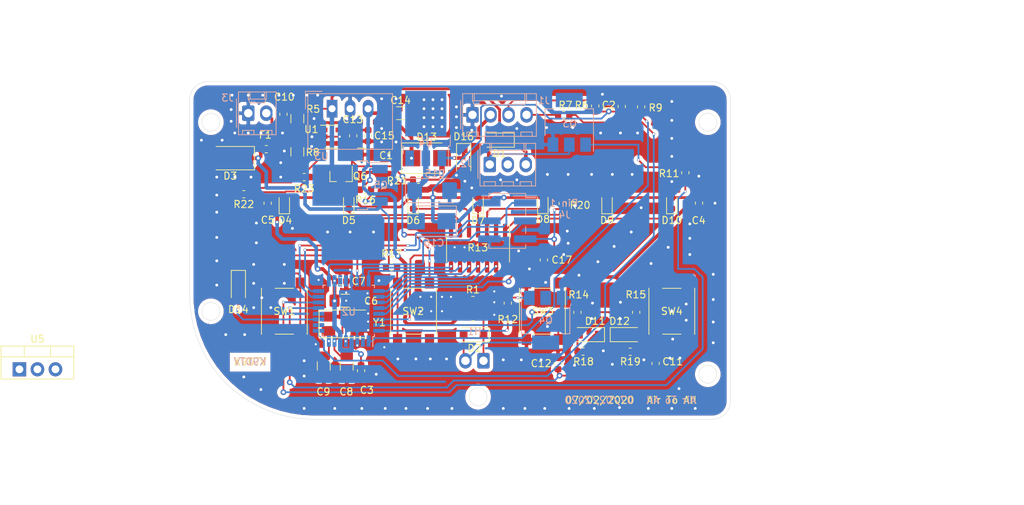
<source format=kicad_pcb>
(kicad_pcb (version 20171130) (host pcbnew "(5.1.5)-3")
  (layers (0 F.Cu signal) (31 B.Cu signal) (34 B.Paste user hide) (35 F.Paste user hide) (36 B.SilkS user hide) (37 F.SilkS user) (38 B.Mask user) (39 F.Mask user hide) (44 Edge.Cuts user))
  (net 0 "")
  (net 1 +12V)
  (net 2 GND)
  (net 3 Down)
  (net 4 Up)
  (net 5 +5V)
  (net 6 LED5)
  (net 7 Alarm)
  (net 8 LED3)
  (net 9 LED2)
  (net 10 LED1)
  (net 11 Batt_V)
  (net 12 Raw_Batt)
  (net 13 LED7)
  (net 14 LED6)
  (net 15 Motor)
  (net 16 Buzzer-)
  (net 17 PWM_Drive)
  (net 18 Raw_RPM)
  (net 19 Reset)
  (net 20 Monitor)
  (net 21 "Net-(Q5-Pad1)")
  (net 22 "Net-(Q3-Pad1)")
  (net 23 "Net-(Q4-Pad1)")
  (net 24 SW_Batt)
  (net 25 "Net-(D2-Pad1)")
  (net 26 "Net-(D4-Pad1)")
  (net 27 "Net-(D5-Pad1)")
  (net 28 "Net-(D6-Pad1)")
  (net 29 "Net-(D7-Pad1)")
  (net 30 "Net-(D2-Pad2)")
  (net 31 "Net-(D8-Pad1)")
  (net 32 "Net-(D9-Pad1)")
  (net 33 "Net-(D10-Pad1)")
  (net 34 "Net-(R5-Pad2)")
  (net 35 "Net-(C16-Pad1)")
  (net 36 "Net-(F1-Pad1)")
  (net 37 "Net-(D14-Pad1)")
  (net 38 "Net-(J2-Pad2)")
  (net 39 "Net-(Q6-Pad2)")
  (net 40 LED4)
  (net 41 MOSI)
  (net 42 SCLK)
  (net 43 MOSO)
  (net 44 "Net-(C8-Pad1)")
  (net 45 "Net-(C9-Pad1)")
  (net 46 "Net-(C13-Pad1)")
  (net 47 "Net-(R17-Pad1)")
  (net 48 "Net-(U2-Pad10)")
  (net 49 "Net-(U2-Pad12)")
  (net 50 "Net-(U2-Pad19)")
  (net 51 "Net-(U2-Pad20)")
  (net 52 "Net-(D11-Pad2)")
  (net 53 "Net-(D12-Pad2)")
  (net 54 "Net-(D16-Pad1)")
  (net 55 "Net-(R7-Pad1)")
  (net 56 "Net-(R9-Pad2)")
  (net 57 "Net-(U2-Pad2)")
  (net 58 "Net-(J45-Pad3)")
  (net 59 "Net-(R2-Pad1)")
  (net 60 "Net-(J45-Pad1)")
  (module Crystal:Crystal_SMD_0603-4Pin_6.0x3.5mm (layer F.Cu) (at 120.777 102.489)
    (fp_text reference Y1 (at 5.1435 -0.1905) (layer F.SilkS))
    (fp_text value Crystal_16MHZ)
    (pad 4 smd rect (at 2.032 -1.016) (size 1.9 1.397) (layers F.Cu F.Paste F.Mask) (net 44 "Net-(C8-Pad1)"))
    (pad 3 smd rect (at -2.032 -1.016) (size 1.9 1.397) (layers F.Cu F.Paste F.Mask) (net 2 GND))
    (pad 2 smd rect (at 2.032 1.016) (size 1.9 1.397) (layers F.Cu F.Paste F.Mask) (net 2 GND))
    (pad 1 smd rect (at -2.032 1.016) (size 1.9 1.397) (layers F.Cu F.Paste F.Mask) (net 45 "Net-(C9-Pad1)"))
  )
  (module Package_TO_SOT_THT:TO-220-3_Vertical (layer F.Cu) (at 75.184 108.9025)
    (fp_text reference U5 (at 2.54 -4.27) (layer F.SilkS))
    (fp_text value LM317_TO-220)
    (pad 3 thru_hole oval (at 5.08 0) (size 1.905 2) (drill 1.1) (layers *.Cu *.Mask) (net 58 "Net-(J45-Pad3)"))
    (pad 2 thru_hole oval (at 2.54 0) (size 1.905 2) (drill 1.1) (layers *.Cu *.Mask) (net 59 "Net-(R2-Pad1)"))
    (pad 1 thru_hole rect (at 0 0) (size 1.905 2) (drill 1.1) (layers *.Cu *.Mask) (net 60 "Net-(J45-Pad1)"))
  )
  (module Capacitor_SMD:C_0603_1608Metric (layer F.Cu) (at 149.098 93.472 270)
    (fp_text reference C17 (at 0 -2.54 180) (layer F.SilkS))
    (fp_text value C0603C104M4RACTU)
    (pad 2 smd roundrect (at 0.7875 0 270) (size 0.875 0.95) (layers F.Cu F.Paste F.Mask) (net 2 GND))
    (pad 1 smd roundrect (at -0.7875 0 270) (size 0.875 0.95) (layers F.Cu F.Paste F.Mask) (net 19 Reset))
  )
  (module Connector_Molex:Molex_KK-254_AE-6410-02A_1x02_P2.54mm_Vertical (layer B.Cu) (at 140.589 107.696 180)
    (fp_text reference H1 (at 1.27 4.12 180) (layer B.SilkS) (effects (justify mirror)))
    (fp_text value MountingHole_Pad)
    (pad 2 thru_hole oval (at 2.54 0 180) (size 1.74 2.19) (drill 1.19) (layers *.Cu *.Mask))
    (pad 1 thru_hole roundrect (at 0 0 180) (size 1.74 2.19) (drill 1.19) (layers *.Cu *.Mask) (roundrect_rratio 0.143678) (net 25 "Net-(D2-Pad1)"))
  )
  (module Resistor_SMD:R_0612_1632Metric_Pad1.18x3.40mm_HandSolder (layer F.Cu) (at 139.1015 100.33)
    (fp_text reference R1 (at 0 -2.65) (layer F.SilkS))
    (fp_text value LTR18EZPJ301)
    (pad 2 smd roundrect (at 0.8375 0) (size 1.175 3.4) (layers F.Cu F.Paste F.Mask) (roundrect_rratio 0.212766) (net 25 "Net-(D2-Pad1)"))
    (pad 1 smd roundrect (at -0.8375 0) (size 1.175 3.4) (layers F.Cu F.Paste F.Mask) (roundrect_rratio 0.212766) (net 1 +12V))
  )
  (module Package_QFP:TQFP-32_7x7mm_P0.8mm (layer B.Cu) (at 121.5983 100.6693 90)
    (fp_text reference U2 (at -0.127 0 180) (layer B.SilkS) (effects (justify mirror)))
    (fp_text value ATmega328P-AU)
    (pad 1 smd rect (at -4.25 2.8 90) (size 1.6 0.55) (layers B.Cu B.Paste B.Mask) (net 56 "Net-(R9-Pad2)"))
    (pad 2 smd rect (at -4.25 2 90) (size 1.6 0.55) (layers B.Cu B.Paste B.Mask) (net 57 "Net-(U2-Pad2)"))
    (pad 3 smd rect (at -4.25 1.2 90) (size 1.6 0.55) (layers B.Cu B.Paste B.Mask) (net 2 GND))
    (pad 4 smd rect (at -4.25 0.4 90) (size 1.6 0.55) (layers B.Cu B.Paste B.Mask) (net 5 +5V))
    (pad 5 smd rect (at -4.25 -0.4 90) (size 1.6 0.55) (layers B.Cu B.Paste B.Mask) (net 2 GND))
    (pad 6 smd rect (at -4.25 -1.2 90) (size 1.6 0.55) (layers B.Cu B.Paste B.Mask) (net 5 +5V))
    (pad 7 smd rect (at -4.25 -2 90) (size 1.6 0.55) (layers B.Cu B.Paste B.Mask) (net 44 "Net-(C8-Pad1)"))
    (pad 8 smd rect (at -4.25 -2.8 90) (size 1.6 0.55) (layers B.Cu B.Paste B.Mask) (net 45 "Net-(C9-Pad1)"))
    (pad 9 smd rect (at -2.8 -4.25) (size 1.6 0.55) (layers B.Cu B.Paste B.Mask) (net 55 "Net-(R7-Pad1)"))
    (pad 10 smd rect (at -2 -4.25) (size 1.6 0.55) (layers B.Cu B.Paste B.Mask) (net 48 "Net-(U2-Pad10)"))
    (pad 11 smd rect (at -1.2 -4.25) (size 1.6 0.55) (layers B.Cu B.Paste B.Mask) (net 20 Monitor))
    (pad 12 smd rect (at -0.4 -4.25) (size 1.6 0.55) (layers B.Cu B.Paste B.Mask) (net 49 "Net-(U2-Pad12)"))
    (pad 13 smd rect (at 0.4 -4.25) (size 1.6 0.55) (layers B.Cu B.Paste B.Mask) (net 3 Down))
    (pad 14 smd rect (at 1.2 -4.25) (size 1.6 0.55) (layers B.Cu B.Paste B.Mask) (net 7 Alarm))
    (pad 15 smd rect (at 2 -4.25) (size 1.6 0.55) (layers B.Cu B.Paste B.Mask) (net 41 MOSI))
    (pad 16 smd rect (at 2.8 -4.25) (size 1.6 0.55) (layers B.Cu B.Paste B.Mask) (net 43 MOSO))
    (pad 17 smd rect (at 4.25 -2.8 90) (size 1.6 0.55) (layers B.Cu B.Paste B.Mask) (net 42 SCLK))
    (pad 18 smd rect (at 4.25 -2 90) (size 1.6 0.55) (layers B.Cu B.Paste B.Mask) (net 5 +5V))
    (pad 19 smd rect (at 4.25 -1.2 90) (size 1.6 0.55) (layers B.Cu B.Paste B.Mask) (net 50 "Net-(U2-Pad19)"))
    (pad 20 smd rect (at 4.25 -0.4 90) (size 1.6 0.55) (layers B.Cu B.Paste B.Mask) (net 51 "Net-(U2-Pad20)"))
    (pad 21 smd rect (at 4.25 0.4 90) (size 1.6 0.55) (layers B.Cu B.Paste B.Mask) (net 2 GND))
    (pad 22 smd rect (at 4.25 1.2 90) (size 1.6 0.55) (layers B.Cu B.Paste B.Mask) (net 11 Batt_V))
    (pad 23 smd rect (at 4.25 2 90) (size 1.6 0.55) (layers B.Cu B.Paste B.Mask) (net 10 LED1))
    (pad 24 smd rect (at 4.25 2.8 90) (size 1.6 0.55) (layers B.Cu B.Paste B.Mask) (net 9 LED2))
    (pad 25 smd rect (at 2.8 4.25) (size 1.6 0.55) (layers B.Cu B.Paste B.Mask) (net 8 LED3))
    (pad 26 smd rect (at 2 4.25) (size 1.6 0.55) (layers B.Cu B.Paste B.Mask) (net 40 LED4))
    (pad 27 smd rect (at 1.2 4.25) (size 1.6 0.55) (layers B.Cu B.Paste B.Mask) (net 6 LED5))
    (pad 28 smd rect (at 0.4 4.25) (size 1.6 0.55) (layers B.Cu B.Paste B.Mask) (net 14 LED6))
    (pad 29 smd rect (at -0.4 4.25) (size 1.6 0.55) (layers B.Cu B.Paste B.Mask) (net 19 Reset))
    (pad 30 smd rect (at -1.2 4.25) (size 1.6 0.55) (layers B.Cu B.Paste B.Mask) (net 13 LED7))
    (pad 31 smd rect (at -2 4.25) (size 1.6 0.55) (layers B.Cu B.Paste B.Mask) (net 4 Up))
    (pad 32 smd rect (at -2.8 4.25) (size 1.6 0.55) (layers B.Cu B.Paste B.Mask) (net 15 Motor))
  )
  (module Diode_SMD:D_SOD-123F (layer F.Cu) (at 137.795 79.251 270)
    (fp_text reference D16 (at -3.178 0 180) (layer F.SilkS))
    (fp_text value 1N914)
    (pad 2 smd rect (at 1.4 0 270) (size 1.1 1.1) (layers F.Cu F.Paste F.Mask) (net 2 GND))
    (pad 1 smd rect (at -1.4 0 270) (size 1.1 1.1) (layers F.Cu F.Paste F.Mask) (net 54 "Net-(D16-Pad1)"))
  )
  (module Diode_SMD:D_SOD-123F (layer F.Cu) (at 106.045 97.155 270)
    (fp_text reference D14 (at 3.302 0 180) (layer F.SilkS))
    (fp_text value 1N914)
    (pad 2 smd rect (at 1.4 0 270) (size 1.1 1.1) (layers F.Cu F.Paste F.Mask) (net 20 Monitor))
    (pad 1 smd rect (at -1.4 0 270) (size 1.1 1.1) (layers F.Cu F.Paste F.Mask) (net 37 "Net-(D14-Pad1)"))
  )
  (module Diode_SMD:D_SOD-123F (layer F.Cu) (at 160.658 104.013)
    (fp_text reference D12 (at -0.892 -1.905) (layer F.SilkS))
    (fp_text value 1N914)
    (pad 2 smd rect (at 1.4 0) (size 1.1 1.1) (layers F.Cu F.Paste F.Mask) (net 53 "Net-(D12-Pad2)"))
    (pad 1 smd rect (at -1.4 0) (size 1.1 1.1) (layers F.Cu F.Paste F.Mask) (net 4 Up))
  )
  (module Diode_SMD:D_SOD-123F (layer F.Cu) (at 155.445 104.013 180)
    (fp_text reference D11 (at -0.892 1.905) (layer F.SilkS))
    (fp_text value 1N914)
    (pad 2 smd rect (at 1.4 0 180) (size 1.1 1.1) (layers F.Cu F.Paste F.Mask) (net 52 "Net-(D11-Pad2)"))
    (pad 1 smd rect (at -1.4 0 180) (size 1.1 1.1) (layers F.Cu F.Paste F.Mask) (net 3 Down))
  )
  (module Diode_SMD:D_SOD-123F (layer F.Cu) (at 139.192 104.0384 180)
    (fp_text reference D2 (at -0.127 -1.905) (layer F.SilkS))
    (fp_text value 1N914)
    (pad 2 smd rect (at 1.4 0 180) (size 1.1 1.1) (layers F.Cu F.Paste F.Mask) (net 30 "Net-(D2-Pad2)"))
    (pad 1 smd rect (at -1.4 0 180) (size 1.1 1.1) (layers F.Cu F.Paste F.Mask) (net 25 "Net-(D2-Pad1)"))
  )
  (module Diode_SMD:D_SOD-123F (layer F.Cu) (at 142.7328 76.5665 180)
    (fp_text reference D1 (at -0.127 -1.905) (layer F.SilkS))
    (fp_text value 1N914)
    (pad 2 smd rect (at 1.4 0 180) (size 1.1 1.1) (layers F.Cu F.Paste F.Mask) (net 16 Buzzer-))
    (pad 1 smd rect (at -1.4 0 180) (size 1.1 1.1) (layers F.Cu F.Paste F.Mask) (net 24 SW_Batt))
  )
  (module Capacitor_SMD:C_1206_3216Metric (layer F.Cu) (at 128.908 72.771)
    (fp_text reference C14 (at 0 -1.82) (layer F.SilkS))
    (fp_text value LMK316AB7106MLHT)
    (pad 2 smd roundrect (at 1.4 0) (size 1.25 1.75) (layers F.Cu F.Paste F.Mask) (roundrect_rratio 0.2) (net 2 GND))
    (pad 1 smd roundrect (at -1.4 0) (size 1.25 1.75) (layers F.Cu F.Paste F.Mask) (roundrect_rratio 0.2) (net 1 +12V))
  )
  (module Resistor_SMD:R_0603_1608Metric (layer F.Cu) (at 115.316 81.788 180)
    (fp_text reference R23 (at 0 -1.651) (layer F.SilkS))
    (fp_text value 560k)
    (pad 2 smd roundrect (at 0.7875 0 180) (size 0.875 0.95) (layers F.Cu F.Paste F.Mask) (net 2 GND))
    (pad 1 smd roundrect (at -0.7875 0 180) (size 0.875 0.95) (layers F.Cu F.Paste F.Mask) (net 39 "Net-(Q6-Pad2)"))
  )
  (module Package_TO_SOT_SMD:TO-252-3_TabPin2 (layer B.Cu) (at 132.461 74.93 90)
    (fp_text reference U4 (at -2.032 0 180) (layer B.SilkS) (effects (justify mirror)))
    (fp_text value LM1117-5.0)
    (pad 2 smd rect (at 2.1 0 90) (size 6.4 5.8) (layers B.Cu B.Mask) (net 35 "Net-(C16-Pad1)"))
    (pad 3 smd rect (at -4.2 -2.28 90) (size 2.2 1.2) (layers B.Cu B.Paste B.Mask) (net 1 +12V))
    (pad 2 smd rect (at -4.2 0 90) (size 2.2 1.2) (layers B.Cu B.Paste B.Mask) (net 35 "Net-(C16-Pad1)"))
    (pad 1 smd rect (at -4.2 2.28 90) (size 2.2 1.2) (layers B.Cu B.Paste B.Mask) (net 54 "Net-(D16-Pad1)"))
  )
  (module Converter_DCDC:Converter_DCDC_TRACO_TSR-1_THT (layer B.Cu) (at 119.253 72.136)
    (fp_text reference U3 (at -1.5 6.71) (layer B.SilkS) (effects (justify mirror)))
    (fp_text value TPSM84212EAB)
    (pad 3 thru_hole oval (at 5.08 0) (size 1.5 2.5) (drill 1) (layers *.Cu *.Mask) (net 1 +12V))
    (pad 2 thru_hole oval (at 2.54 0) (size 1.5 2.5) (drill 1) (layers *.Cu *.Mask) (net 2 GND))
    (pad 1 thru_hole rect (at 0 0) (size 1.5 2.5) (drill 1) (layers *.Cu *.Mask) (net 24 SW_Batt))
  )
  (module Button_Switch_SMD:SW_SPST_PTS645 (layer F.Cu) (at 112.522 100.711 90)
    (fp_text reference SW1 (at 0 0 180) (layer F.SilkS))
    (fp_text value Power_off)
    (pad 2 smd rect (at 3.98 2.25 90) (size 1.55 1.3) (layers F.Cu F.Paste F.Mask) (net 37 "Net-(D14-Pad1)"))
    (pad 1 smd rect (at 3.98 -2.25 90) (size 1.55 1.3) (layers F.Cu F.Paste F.Mask) (net 2 GND))
    (pad 1 smd rect (at -3.98 -2.25 90) (size 1.55 1.3) (layers F.Cu F.Paste F.Mask) (net 2 GND))
    (pad 2 smd rect (at -3.98 2.25 90) (size 1.55 1.3) (layers F.Cu F.Paste F.Mask) (net 37 "Net-(D14-Pad1)"))
  )
  (module Button_Switch_SMD:SW_SPST_PTS645 (layer F.Cu) (at 130.732 100.711 270)
    (fp_text reference SW2 (at 0 0.049 180) (layer F.SilkS))
    (fp_text value Power_On)
    (pad 2 smd rect (at 3.98 2.25 270) (size 1.55 1.3) (layers F.Cu F.Paste F.Mask) (net 47 "Net-(R17-Pad1)"))
    (pad 1 smd rect (at 3.98 -2.25 270) (size 1.55 1.3) (layers F.Cu F.Paste F.Mask) (net 46 "Net-(C13-Pad1)"))
    (pad 1 smd rect (at -3.98 -2.25 270) (size 1.55 1.3) (layers F.Cu F.Paste F.Mask) (net 46 "Net-(C13-Pad1)"))
    (pad 2 smd rect (at -3.98 2.25 270) (size 1.55 1.3) (layers F.Cu F.Paste F.Mask) (net 47 "Net-(R17-Pad1)"))
  )
  (module Resistor_SMD:R_0603_1608Metric (layer F.Cu) (at 106.807 84.201 180)
    (fp_text reference R22 (at 0 -1.43) (layer F.SilkS))
    (fp_text value 220k)
    (pad 2 smd roundrect (at 0.7875 0 180) (size 0.875 0.95) (layers F.Cu F.Paste F.Mask) (net 37 "Net-(D14-Pad1)"))
    (pad 1 smd roundrect (at -0.7875 0 180) (size 0.875 0.95) (layers F.Cu F.Paste F.Mask) (net 46 "Net-(C13-Pad1)"))
  )
  (module Resistor_SMD:R_0603_1608Metric (layer F.Cu) (at 131.445 82.169)
    (fp_text reference R21 (at -3.0225 0.127) (layer F.SilkS))
    (fp_text value 820k)
    (pad 2 smd roundrect (at 0.7875 0) (size 0.875 0.95) (layers F.Cu F.Paste F.Mask) (net 35 "Net-(C16-Pad1)"))
    (pad 1 smd roundrect (at -0.7875 0) (size 0.875 0.95) (layers F.Cu F.Paste F.Mask) (net 46 "Net-(C13-Pad1)"))
  )
  (module Resistor_SMD:R_0603_1608Metric (layer F.Cu) (at 127.635 94.488 180)
    (fp_text reference R17 (at 0 1.905) (layer F.SilkS))
    (fp_text value 100k)
    (pad 2 smd roundrect (at 0.7875 0 180) (size 0.875 0.95) (layers F.Cu F.Paste F.Mask) (net 12 Raw_Batt))
    (pad 1 smd roundrect (at -0.7875 0 180) (size 0.875 0.95) (layers F.Cu F.Paste F.Mask) (net 47 "Net-(R17-Pad1)"))
  )
  (module Resistor_SMD:R_0603_1608Metric (layer F.Cu) (at 123.952 83.566 180)
    (fp_text reference R16 (at 0 -1.43) (layer F.SilkS))
    (fp_text value 560k)
    (pad 2 smd roundrect (at 0.7875 0 180) (size 0.875 0.95) (layers F.Cu F.Paste F.Mask) (net 21 "Net-(Q5-Pad1)"))
    (pad 1 smd roundrect (at -0.7875 0 180) (size 0.875 0.95) (layers F.Cu F.Paste F.Mask) (net 12 Raw_Batt))
  )
  (module Package_TO_SOT_SMD:SOT-23 (layer F.Cu) (at 120.523 81.661 270)
    (fp_text reference Q6 (at 0 -2.667 180) (layer F.SilkS))
    (fp_text value MMBT3904)
    (pad 3 smd rect (at 1 0 270) (size 0.9 0.8) (layers F.Cu F.Paste F.Mask) (net 21 "Net-(Q5-Pad1)"))
    (pad 2 smd rect (at -1 0.95 270) (size 0.9 0.8) (layers F.Cu F.Paste F.Mask) (net 39 "Net-(Q6-Pad2)"))
    (pad 1 smd rect (at -1 -0.95 270) (size 0.9 0.8) (layers F.Cu F.Paste F.Mask) (net 46 "Net-(C13-Pad1)"))
  )
  (module Package_TO_SOT_SMD:TO-252-2 (layer B.Cu) (at 121.793 82.931 180)
    (fp_text reference Q5 (at -4.318 0) (layer B.SilkS) (effects (justify mirror)))
    (fp_text value TSM480P06CP)
    (pad 2 smd rect (at 2.1 0 180) (size 6.4 5.8) (layers B.Cu B.Mask) (net 24 SW_Batt))
    (pad 3 smd rect (at -4.2 -2.28 180) (size 2.2 1.2) (layers B.Cu B.Paste B.Mask) (net 12 Raw_Batt))
    (pad 1 smd rect (at -4.2 2.28 180) (size 2.2 1.2) (layers B.Cu B.Paste B.Mask) (net 21 "Net-(Q5-Pad1)"))
  )
  (module Connector_Molex:Molex_KK-254_AE-6410-03A_1x03_P2.54mm_Vertical (layer B.Cu) (at 141.478 80.01)
    (fp_text reference J2 (at -3.302 -0.127) (layer B.SilkS) (effects (justify mirror)))
    (fp_text value Buzzer)
    (pad 3 thru_hole oval (at 5.08 0) (size 1.74 2.19) (drill 1.19) (layers *.Cu *.Mask) (net 24 SW_Batt))
    (pad 2 thru_hole oval (at 2.54 0) (size 1.74 2.19) (drill 1.19) (layers *.Cu *.Mask) (net 38 "Net-(J2-Pad2)"))
    (pad 1 thru_hole roundrect (at 0 0) (size 1.74 2.19) (drill 1.19) (layers *.Cu *.Mask) (roundrect_rratio 0.143678) (net 16 Buzzer-))
  )
  (module Diode_SMD:D_SMB (layer B.Cu) (at 133.223 88.011 180)
    (fp_text reference D15 (at -0.508 6.731) (layer B.SilkS) (effects (justify mirror)))
    (fp_text value FM4004-W)
    (pad 2 smd rect (at 2.15 0 180) (size 2.5 2.3) (layers B.Cu B.Paste B.Mask) (net 35 "Net-(C16-Pad1)"))
    (pad 1 smd rect (at -2.15 0 180) (size 2.5 2.3) (layers B.Cu B.Paste B.Mask) (net 5 +5V))
  )
  (module Diode_SMD:D_SMB (layer F.Cu) (at 132.597 79.121)
    (fp_text reference D13 (at 0 -3) (layer F.SilkS))
    (fp_text value FM4004-W)
    (pad 2 smd rect (at 2.15 0) (size 2.5 2.3) (layers F.Cu F.Paste F.Mask) (net 35 "Net-(C16-Pad1)"))
    (pad 1 smd rect (at -2.15 0) (size 2.5 2.3) (layers F.Cu F.Paste F.Mask) (net 1 +12V))
  )
  (module Capacitor_Tantalum_SMD:CP_EIA-6032-15_Kemet-U (layer B.Cu) (at 133.35 83.693)
    (fp_text reference C16 (at 0.254 7.366) (layer B.SilkS) (effects (justify mirror)))
    (fp_text value T491C107M006AT)
    (pad 2 smd roundrect (at 2.4625 0) (size 2.075 2.35) (layers B.Cu B.Paste B.Mask) (roundrect_rratio 0.120482) (net 2 GND))
    (pad 1 smd roundrect (at -2.4625 0) (size 2.075 2.35) (layers B.Cu B.Paste B.Mask) (roundrect_rratio 0.120482) (net 35 "Net-(C16-Pad1)"))
  )
  (module Capacitor_SMD:C_0603_1608Metric (layer F.Cu) (at 124.333 75.946 270)
    (fp_text reference C15 (at 0 -2.286 180) (layer F.SilkS))
    (fp_text value C0603C104M4RACTU)
    (pad 2 smd roundrect (at 0.7875 0 270) (size 0.875 0.95) (layers F.Cu F.Paste F.Mask) (net 2 GND))
    (pad 1 smd roundrect (at -0.7875 0 270) (size 0.875 0.95) (layers F.Cu F.Paste F.Mask) (net 1 +12V))
  )
  (module Capacitor_SMD:C_1206_3216Metric (layer F.Cu) (at 123.447 78.613)
    (fp_text reference C13 (at -1.273 -4.953) (layer F.SilkS))
    (fp_text value 3.3uF)
    (pad 2 smd roundrect (at 1.4 0) (size 1.25 1.75) (layers F.Cu F.Paste F.Mask) (roundrect_rratio 0.2) (net 2 GND))
    (pad 1 smd roundrect (at -1.4 0) (size 1.25 1.75) (layers F.Cu F.Paste F.Mask) (roundrect_rratio 0.2) (net 46 "Net-(C13-Pad1)"))
  )
  (module Capacitor_SMD:C_0603_1608Metric (layer F.Cu) (at 112.395 72.9235 270)
    (fp_text reference C10 (at -2.4385 -0.127 180) (layer F.SilkS))
    (fp_text value C0603C104M4RACTU)
    (pad 1 smd roundrect (at -0.7875 0 270) (size 0.875 0.95) (layers F.Cu F.Paste F.Mask) (net 24 SW_Batt))
    (pad 2 smd roundrect (at 0.7875 0 270) (size 0.875 0.95) (layers F.Cu F.Paste F.Mask) (net 2 GND))
  )
  (module Connector_Molex:Molex_KK-254_AE-6410-02A_1x02_P2.54mm_Vertical (layer B.Cu) (at 107.442 72.771)
    (fp_text reference J3 (at -2.921 -2.159) (layer B.SilkS) (effects (justify mirror)))
    (fp_text value Power)
    (pad 2 thru_hole oval (at 2.54 0) (size 1.74 2.19) (drill 1.19) (layers *.Cu *.Mask) (net 36 "Net-(F1-Pad1)"))
    (pad 1 thru_hole roundrect (at 0 0) (size 1.74 2.19) (drill 1.19) (layers *.Cu *.Mask) (roundrect_rratio 0.143678) (net 2 GND))
  )
  (module Resistor_SMD:R_0603_1608Metric (layer F.Cu) (at 161.272 106.426)
    (fp_text reference R19 (at 0.018 1.397) (layer F.SilkS))
    (fp_text value 10k)
    (pad 2 smd roundrect (at 0.7875 0) (size 0.875 0.95) (layers F.Cu F.Paste F.Mask) (net 53 "Net-(D12-Pad2)"))
    (pad 1 smd roundrect (at -0.7875 0) (size 0.875 0.95) (layers F.Cu F.Paste F.Mask) (net 4 Up))
  )
  (module Resistor_SMD:R_0603_1608Metric (layer F.Cu) (at 154.6226 106.3879)
    (fp_text reference R18 (at 0.0634 1.4351) (layer F.SilkS))
    (fp_text value 10k)
    (pad 2 smd roundrect (at 0.7875 0) (size 0.875 0.95) (layers F.Cu F.Paste F.Mask) (net 3 Down))
    (pad 1 smd roundrect (at -0.7875 0) (size 0.875 0.95) (layers F.Cu F.Paste F.Mask) (net 52 "Net-(D11-Pad2)"))
  )
  (module Capacitor_SMD:C_0603_1608Metric (layer F.Cu) (at 151.0919 108.1025 90)
    (fp_text reference C12 (at 0.0255 -2.3749 180) (layer F.SilkS))
    (fp_text value C0603C104M4RACTU)
    (pad 2 smd roundrect (at 0.7875 0 90) (size 0.875 0.95) (layers F.Cu F.Paste F.Mask) (net 2 GND))
    (pad 1 smd roundrect (at -0.7875 0 90) (size 0.875 0.95) (layers F.Cu F.Paste F.Mask) (net 3 Down))
  )
  (module Capacitor_SMD:C_0603_1608Metric (layer F.Cu) (at 164.846 108.077 90)
    (fp_text reference C11 (at 0.254 2.413 180) (layer F.SilkS))
    (fp_text value C0603C104M4RACTU)
    (pad 2 smd roundrect (at 0.7875 0 90) (size 0.875 0.95) (layers F.Cu F.Paste F.Mask) (net 2 GND))
    (pad 1 smd roundrect (at -0.7875 0 90) (size 0.875 0.95) (layers F.Cu F.Paste F.Mask) (net 4 Up))
  )
  (module Resistor_SMD:R_0603_1608Metric (layer F.Cu) (at 109.982 77.851 180)
    (fp_text reference F1 (at 0.1475 2 180) (layer F.SilkS))
    (fp_text value SF-0603FP200F-2)
    (pad 1 smd roundrect (at -0.7875 0 180) (size 0.875 0.95) (layers F.Cu F.Paste F.Mask) (net 36 "Net-(F1-Pad1)"))
    (pad 2 smd roundrect (at 0.7875 0 180) (size 0.875 0.95) (layers F.Cu F.Paste F.Mask) (net 12 Raw_Batt))
  )
  (module Diode_SMD:D_SMA (layer F.Cu) (at 104.902 79.121 180)
    (fp_text reference D3 (at 0 -2.5) (layer F.SilkS))
    (fp_text value SMBJ5362B-TP)
    (pad 1 smd rect (at -2 0 180) (size 2.5 1.8) (layers F.Cu F.Paste F.Mask) (net 12 Raw_Batt))
    (pad 2 smd rect (at 2 0 180) (size 2.5 1.8) (layers F.Cu F.Paste F.Mask) (net 2 GND))
  )
  (module Capacitor_SMD:C_0603_1608Metric (layer F.Cu) (at 110.1725 85.471 270)
    (fp_text reference C5 (at 2.3735 -0.0192 180) (layer F.SilkS))
    (fp_text value C0603C104M4RACTU)
    (pad 2 smd roundrect (at 0.7875 0 270) (size 0.875 0.95) (layers F.Cu F.Paste F.Mask) (net 2 GND))
    (pad 1 smd roundrect (at -0.7875 0 270) (size 0.875 0.95) (layers F.Cu F.Paste F.Mask) (net 5 +5V))
  )
  (module Capacitor_SMD:C_0603_1608Metric (layer F.Cu) (at 170.972 85.461 270)
    (fp_text reference C4 (at 2.4484 0.0554 180) (layer F.SilkS))
    (fp_text value C0603C104M4RACTU)
    (pad 2 smd roundrect (at 0.7875 0 270) (size 0.875 0.95) (layers F.Cu F.Paste F.Mask) (net 2 GND))
    (pad 1 smd roundrect (at -0.7875 0 270) (size 0.875 0.95) (layers F.Cu F.Paste F.Mask) (net 5 +5V))
  )
  (module Capacitor_SMD:C_0603_1608Metric (layer F.Cu) (at 123.3393 109.0978 270)
    (fp_text reference C3 (at 2.74856 -0.8159 180) (layer F.SilkS))
    (fp_text value C0603C104M4RACTU)
    (pad 2 smd roundrect (at 0.7875 0 270) (size 0.875 0.95) (layers F.Cu F.Paste F.Mask) (net 2 GND))
    (pad 1 smd roundrect (at -0.7875 0 270) (size 0.875 0.95) (layers F.Cu F.Paste F.Mask) (net 5 +5V))
  )
  (module Capacitor_SMD:C_0603_1608Metric (layer F.Cu) (at 160.082 71.821 90)
    (fp_text reference C2 (at 0.193 -1.84 180) (layer F.SilkS))
    (fp_text value C0603C104M4RACTU)
    (pad 2 smd roundrect (at 0.7875 0 90) (size 0.875 0.95) (layers F.Cu F.Paste F.Mask) (net 2 GND))
    (pad 1 smd roundrect (at -0.7875 0 90) (size 0.875 0.95) (layers F.Cu F.Paste F.Mask) (net 5 +5V))
  )
  (module Capacitor_SMD:C_1206_3216Metric_Pad1.42x1.75mm_HandSolder (layer F.Cu) (at 121.0903 99.2215 180)
    (fp_text reference C6 (at -3.6576 -0.0508) (layer F.SilkS))
    (fp_text value LMK316AB7106MLHT)
    (pad 2 smd roundrect (at 1.4875 0 180) (size 1.425 1.75) (layers F.Cu F.Paste F.Mask) (roundrect_rratio 0.175439) (net 5 +5V))
    (pad 1 smd roundrect (at -1.4875 0 180) (size 1.425 1.75) (layers F.Cu F.Paste F.Mask) (roundrect_rratio 0.175439) (net 2 GND))
  )
  (module Capacitor_SMD:C_1206_3216Metric (layer F.Cu) (at 118.0793 108.4203 270)
    (fp_text reference C9 (at 3.65 0.06 180) (layer F.SilkS))
    (fp_text value 1206Y0160180FFT)
    (pad 2 smd roundrect (at 1.4 0 270) (size 1.25 1.75) (layers F.Cu F.Paste F.Mask) (roundrect_rratio 0.2) (net 2 GND))
    (pad 1 smd roundrect (at -1.4 0 270) (size 1.25 1.75) (layers F.Cu F.Paste F.Mask) (roundrect_rratio 0.2) (net 45 "Net-(C9-Pad1)"))
  )
  (module Capacitor_SMD:C_1206_3216Metric (layer F.Cu) (at 121.3193 108.4303 270)
    (fp_text reference C8 (at 3.64 0.06 180) (layer F.SilkS))
    (fp_text value 1206Y0160180FFT)
    (pad 2 smd roundrect (at 1.4 0 270) (size 1.25 1.75) (layers F.Cu F.Paste F.Mask) (roundrect_rratio 0.2) (net 2 GND))
    (pad 1 smd roundrect (at -1.4 0 270) (size 1.25 1.75) (layers F.Cu F.Paste F.Mask) (roundrect_rratio 0.2) (net 44 "Net-(C8-Pad1)"))
  )
  (module Resistor_SMD:R_1206_3216Metric (layer F.Cu) (at 114.3542 78.2191 270)
    (fp_text reference R8 (at 0.0764 -2.1683 180) (layer F.SilkS))
    (fp_text value RN73H2BTTD8061F50)
    (pad 2 smd roundrect (at 1.4 0 270) (size 1.25 1.75) (layers F.Cu F.Paste F.Mask) (roundrect_rratio 0.2) (net 2 GND))
    (pad 1 smd roundrect (at -1.4 0 270) (size 1.25 1.75) (layers F.Cu F.Paste F.Mask) (roundrect_rratio 0.2) (net 34 "Net-(R5-Pad2)"))
  )
  (module Resistor_SMD:R_1206_3216Metric (layer F.Cu) (at 114.3542 73.5455 270)
    (fp_text reference R5 (at -1.346 -2.2318 180) (layer F.SilkS))
    (fp_text value RN73H2BTTD4322F100)
    (pad 2 smd roundrect (at 1.4 0 270) (size 1.25 1.75) (layers F.Cu F.Paste F.Mask) (roundrect_rratio 0.2) (net 34 "Net-(R5-Pad2)"))
    (pad 1 smd roundrect (at -1.4 0 270) (size 1.25 1.75) (layers F.Cu F.Paste F.Mask) (roundrect_rratio 0.2) (net 24 SW_Batt))
  )
  (module Package_TO_SOT_SMD:SOT-23-5 (layer F.Cu) (at 119.1675 76.0825)
    (fp_text reference U1 (at -2.8355 -1.0255) (layer F.SilkS))
    (fp_text value LM321)
    (pad 5 smd rect (at 1.1 -0.95) (size 1.06 0.65) (layers F.Cu F.Paste F.Mask) (net 1 +12V))
    (pad 4 smd rect (at 1.1 0.95) (size 1.06 0.65) (layers F.Cu F.Paste F.Mask) (net 11 Batt_V))
    (pad 3 smd rect (at -1.1 0.95) (size 1.06 0.65) (layers F.Cu F.Paste F.Mask) (net 11 Batt_V))
    (pad 2 smd rect (at -1.1 0) (size 1.06 0.65) (layers F.Cu F.Paste F.Mask) (net 2 GND))
    (pad 1 smd rect (at -1.1 -0.95) (size 1.06 0.65) (layers F.Cu F.Paste F.Mask) (net 34 "Net-(R5-Pad2)"))
  )
  (module Button_Switch_SMD:SW_SPST_PTS645 (layer F.Cu) (at 148.8948 100.711 90)
    (fp_text reference SW3 (at 0 0.0762 180) (layer F.SilkS))
    (fp_text value Fan_Down)
    (pad 2 smd rect (at 3.98 2.25 90) (size 1.55 1.3) (layers F.Cu F.Paste F.Mask) (net 52 "Net-(D11-Pad2)"))
    (pad 1 smd rect (at 3.98 -2.25 90) (size 1.55 1.3) (layers F.Cu F.Paste F.Mask) (net 2 GND))
    (pad 1 smd rect (at -3.98 -2.25 90) (size 1.55 1.3) (layers F.Cu F.Paste F.Mask) (net 2 GND))
    (pad 2 smd rect (at -3.98 2.25 90) (size 1.55 1.3) (layers F.Cu F.Paste F.Mask) (net 52 "Net-(D11-Pad2)"))
  )
  (module Button_Switch_SMD:SW_SPST_PTS645 (layer F.Cu) (at 167.132 100.711 270)
    (fp_text reference SW4 (at 0 0 180) (layer F.SilkS))
    (fp_text value Fan_Up)
    (pad 2 smd rect (at 3.98 2.25 270) (size 1.55 1.3) (layers F.Cu F.Paste F.Mask) (net 53 "Net-(D12-Pad2)"))
    (pad 1 smd rect (at 3.98 -2.25 270) (size 1.55 1.3) (layers F.Cu F.Paste F.Mask) (net 2 GND))
    (pad 1 smd rect (at -3.98 -2.25 270) (size 1.55 1.3) (layers F.Cu F.Paste F.Mask) (net 2 GND))
    (pad 2 smd rect (at -3.98 2.25 270) (size 1.55 1.3) (layers F.Cu F.Paste F.Mask) (net 53 "Net-(D12-Pad2)"))
  )
  (module Resistor_SMD:R_0603_1608Metric (layer F.Cu) (at 162.1155 100.8633 90)
    (fp_text reference R15 (at 2.4895 -0.0448 180) (layer F.SilkS))
    (fp_text value 100k)
    (pad 2 smd roundrect (at 0.7875 0 90) (size 0.875 0.95) (layers F.Cu F.Paste F.Mask) (net 5 +5V))
    (pad 1 smd roundrect (at -0.7875 0 90) (size 0.875 0.95) (layers F.Cu F.Paste F.Mask) (net 53 "Net-(D12-Pad2)"))
  )
  (module Resistor_SMD:R_0603_1608Metric (layer F.Cu) (at 153.832 100.8635 90)
    (fp_text reference R14 (at 2.482 0.1792 180) (layer F.SilkS))
    (fp_text value 100k)
    (pad 2 smd roundrect (at 0.7875 0 90) (size 0.875 0.95) (layers F.Cu F.Paste F.Mask) (net 5 +5V))
    (pad 1 smd roundrect (at -0.7875 0 90) (size 0.875 0.95) (layers F.Cu F.Paste F.Mask) (net 52 "Net-(D11-Pad2)"))
  )
  (module LED_SMD:LED_0603_1608Metric (layer F.Cu) (at 167.132 85.471 90)
    (fp_text reference D10 (at -2.413 0 180) (layer F.SilkS))
    (fp_text value High)
    (pad 2 smd roundrect (at 0.7875 0 90) (size 0.875 0.95) (layers F.Cu F.Paste F.Mask) (net 5 +5V))
    (pad 1 smd roundrect (at -0.7875 0 90) (size 0.875 0.95) (layers F.Cu F.Paste F.Mask) (net 33 "Net-(D10-Pad1)"))
  )
  (module LED_SMD:LED_0603_1608Metric (layer F.Cu) (at 158.0007 85.471 90)
    (fp_text reference D9 (at -2.413 0 180) (layer F.SilkS))
    (fp_text value Mid)
    (pad 2 smd roundrect (at 0.7875 0 90) (size 0.875 0.95) (layers F.Cu F.Paste F.Mask) (net 5 +5V))
    (pad 1 smd roundrect (at -0.7875 0 90) (size 0.875 0.95) (layers F.Cu F.Paste F.Mask) (net 32 "Net-(D9-Pad1)"))
  )
  (module LED_SMD:LED_0603_1608Metric (layer F.Cu) (at 148.9583 85.4456 90)
    (fp_text reference D8 (at -2.286 0.0255 180) (layer F.SilkS))
    (fp_text value Low)
    (pad 2 smd roundrect (at 0.7875 0 90) (size 0.875 0.95) (layers F.Cu F.Paste F.Mask) (net 5 +5V))
    (pad 1 smd roundrect (at -0.7875 0 90) (size 0.875 0.95) (layers F.Cu F.Paste F.Mask) (net 31 "Net-(D8-Pad1)"))
  )
  (module LED_SMD:LED_0603_1608Metric (layer F.Cu) (at 139.827 85.471 90)
    (fp_text reference D7 (at -2.413 0 180) (layer F.SilkS))
    (fp_text value Error)
    (pad 2 smd roundrect (at 0.7875 0 90) (size 0.875 0.95) (layers F.Cu F.Paste F.Mask) (net 5 +5V))
    (pad 1 smd roundrect (at -0.7875 0 90) (size 0.875 0.95) (layers F.Cu F.Paste F.Mask) (net 29 "Net-(D7-Pad1)"))
  )
  (module LED_SMD:LED_0603_1608Metric (layer F.Cu) (at 130.683 85.471 90)
    (fp_text reference D6 (at -2.413 0 180) (layer F.SilkS))
    (fp_text value Green)
    (pad 2 smd roundrect (at 0.7875 0 90) (size 0.875 0.95) (layers F.Cu F.Paste F.Mask) (net 5 +5V))
    (pad 1 smd roundrect (at -0.7875 0 90) (size 0.875 0.95) (layers F.Cu F.Paste F.Mask) (net 28 "Net-(D6-Pad1)"))
  )
  (module LED_SMD:LED_0603_1608Metric (layer F.Cu) (at 121.6025 85.471 90)
    (fp_text reference D5 (at -2.413 0 180) (layer F.SilkS))
    (fp_text value Yellow)
    (pad 2 smd roundrect (at 0.7875 0 90) (size 0.875 0.95) (layers F.Cu F.Paste F.Mask) (net 5 +5V))
    (pad 1 smd roundrect (at -0.7875 0 90) (size 0.875 0.95) (layers F.Cu F.Paste F.Mask) (net 27 "Net-(D5-Pad1)"))
  )
  (module LED_SMD:LED_0603_1608Metric (layer F.Cu) (at 112.522 85.471 90)
    (fp_text reference D4 (at -2.413 0.127 180) (layer F.SilkS))
    (fp_text value Red)
    (pad 2 smd roundrect (at 0.7875 0 90) (size 0.875 0.95) (layers F.Cu F.Paste F.Mask) (net 5 +5V))
    (pad 1 smd roundrect (at -0.7875 0 90) (size 0.875 0.95) (layers F.Cu F.Paste F.Mask) (net 26 "Net-(D4-Pad1)"))
  )
  (module Resistor_SMD:R_0603_1608Metric (layer F.Cu) (at 156.337 71.755 270)
    (fp_text reference R6 (at -0.127 1.905 180) (layer F.SilkS))
    (fp_text value 10k)
    (pad 2 smd roundrect (at 0.7875 0 270) (size 0.875 0.95) (layers F.Cu F.Paste F.Mask) (net 5 +5V))
    (pad 1 smd roundrect (at -0.7875 0 270) (size 0.875 0.95) (layers F.Cu F.Paste F.Mask) (net 18 Raw_RPM))
  )
  (module Resistor_SMD:R_0603_1608Metric (layer F.Cu) (at 151.765 85.5091 90)
    (fp_text reference R20 (at -0.2413 2.4384 180) (layer F.SilkS))
    (fp_text value 10k)
    (pad 2 smd roundrect (at 0.7875 0 90) (size 0.875 0.95) (layers F.Cu F.Paste F.Mask) (net 5 +5V))
    (pad 1 smd roundrect (at -0.7875 0 90) (size 0.875 0.95) (layers F.Cu F.Paste F.Mask) (net 19 Reset))
  )
  (module Resistor_SMD:R_0603_1608Metric (layer F.Cu) (at 144.018 99.568 270)
    (fp_text reference R12 (at 2.286 0) (layer F.SilkS))
    (fp_text value 1k)
    (pad 2 smd roundrect (at 0.7875 0 270) (size 0.875 0.95) (layers F.Cu F.Paste F.Mask) (net 15 Motor))
    (pad 1 smd roundrect (at -0.7875 0 270) (size 0.875 0.95) (layers F.Cu F.Paste F.Mask) (net 23 "Net-(Q4-Pad1)"))
  )
  (module Resistor_SMD:R_0603_1608Metric (layer F.Cu) (at 169.037 81.1785 270)
    (fp_text reference R11 (at 0.1015 2.286 180) (layer F.SilkS))
    (fp_text value 1k)
    (pad 2 smd roundrect (at 0.7875 0 270) (size 0.875 0.95) (layers F.Cu F.Paste F.Mask) (net 7 Alarm))
    (pad 1 smd roundrect (at -0.7875 0 270) (size 0.875 0.95) (layers F.Cu F.Paste F.Mask) (net 22 "Net-(Q3-Pad1)"))
  )
  (module Resistor_SMD:R_0603_1608Metric (layer F.Cu) (at 162.814 71.882 270)
    (fp_text reference R9 (at 0.127 -2.032 180) (layer F.SilkS))
    (fp_text value 1k)
    (pad 2 smd roundrect (at 0.7875 0 270) (size 0.875 0.95) (layers F.Cu F.Paste F.Mask) (net 56 "Net-(R9-Pad2)"))
    (pad 1 smd roundrect (at -0.7875 0 270) (size 0.875 0.95) (layers F.Cu F.Paste F.Mask) (net 18 Raw_RPM))
  )
  (module Resistor_SMD:R_0603_1608Metric (layer F.Cu) (at 151.892 73.025 180)
    (fp_text reference R7 (at -0.254 1.397) (layer F.SilkS))
    (fp_text value 330)
    (pad 2 smd roundrect (at 0.7875 0 180) (size 0.875 0.95) (layers F.Cu F.Paste F.Mask) (net 17 PWM_Drive))
    (pad 1 smd roundrect (at -0.7875 0 180) (size 0.875 0.95) (layers F.Cu F.Paste F.Mask) (net 55 "Net-(R7-Pad1)"))
  )
  (module Capacitor_SMD:C_0603_1608Metric (layer F.Cu) (at 122.2282 75.9555 270)
    (fp_text reference C1 (at 2.7845 -4.6448 180) (layer F.SilkS))
    (fp_text value C0603C104M4RACTU)
    (pad 2 smd roundrect (at 0.7875 0 270) (size 0.875 0.95) (layers F.Cu F.Paste F.Mask) (net 2 GND))
    (pad 1 smd roundrect (at -0.7875 0 270) (size 0.875 0.95) (layers F.Cu F.Paste F.Mask) (net 1 +12V))
  )
  (module Capacitor_SMD:C_0603_1608Metric (layer F.Cu) (at 120.4553 96.4783 180)
    (fp_text reference C7 (at -2.54 0) (layer F.SilkS))
    (fp_text value C0603C104M4RACTU)
    (pad 2 smd roundrect (at 0.7875 0 180) (size 0.875 0.95) (layers F.Cu F.Paste F.Mask) (net 5 +5V))
    (pad 1 smd roundrect (at -0.7875 0 180) (size 0.875 0.95) (layers F.Cu F.Paste F.Mask) (net 2 GND))
  )
  (module Package_TO_SOT_SMD:SOT-223-3_TabPin2 (layer B.Cu) (at 149.352 101.981 270)
    (fp_text reference Q4 (at 0 0 180) (layer B.SilkS) (effects (justify mirror)))
    (fp_text value PZT3904)
    (pad 1 smd rect (at -3.15 2.3 270) (size 2 1.5) (layers B.Cu B.Paste B.Mask) (net 23 "Net-(Q4-Pad1)"))
    (pad 3 smd rect (at -3.15 -2.3 270) (size 2 1.5) (layers B.Cu B.Paste B.Mask) (net 2 GND))
    (pad 2 smd rect (at -3.15 0 270) (size 2 1.5) (layers B.Cu B.Paste B.Mask) (net 30 "Net-(D2-Pad2)"))
    (pad 2 smd rect (at 3.15 0 270) (size 2 3.8) (layers B.Cu B.Paste B.Mask) (net 30 "Net-(D2-Pad2)"))
  )
  (module Package_TO_SOT_SMD:SOT-223-3_TabPin2 (layer B.Cu) (at 152.682 74.061 90)
    (fp_text reference Q3 (at -0.19 0.06 180) (layer B.SilkS) (effects (justify mirror)))
    (fp_text value PZT3904)
    (pad 1 smd rect (at -3.15 2.3 90) (size 2 1.5) (layers B.Cu B.Paste B.Mask) (net 22 "Net-(Q3-Pad1)"))
    (pad 3 smd rect (at -3.15 -2.3 90) (size 2 1.5) (layers B.Cu B.Paste B.Mask) (net 2 GND))
    (pad 2 smd rect (at -3.15 0 90) (size 2 1.5) (layers B.Cu B.Paste B.Mask) (net 16 Buzzer-))
    (pad 2 smd rect (at 3.15 0 90) (size 2 3.8) (layers B.Cu B.Paste B.Mask) (net 16 Buzzer-))
  )
  (module Package_SO:SOIC-14_3.9x8.7mm_P1.27mm (layer F.Cu) (at 139.827 91.821 270)
    (fp_text reference R13 (at -0.0762 0.0381 180) (layer F.SilkS))
    (fp_text value 4814P-1-331LF)
    (pad 14 smd roundrect (at 2.475 -3.81 270) (size 1.95 0.6) (layers F.Cu F.Paste F.Mask) (net 13 LED7))
    (pad 13 smd roundrect (at 2.475 -2.54 270) (size 1.95 0.6) (layers F.Cu F.Paste F.Mask) (net 14 LED6))
    (pad 12 smd roundrect (at 2.475 -1.27 270) (size 1.95 0.6) (layers F.Cu F.Paste F.Mask) (net 6 LED5))
    (pad 11 smd roundrect (at 2.475 0 270) (size 1.95 0.6) (layers F.Cu F.Paste F.Mask) (net 40 LED4))
    (pad 10 smd roundrect (at 2.475 1.27 270) (size 1.95 0.6) (layers F.Cu F.Paste F.Mask) (net 8 LED3))
    (pad 9 smd roundrect (at 2.475 2.54 270) (size 1.95 0.6) (layers F.Cu F.Paste F.Mask) (net 9 LED2))
    (pad 8 smd roundrect (at 2.475 3.81 270) (size 1.95 0.6) (layers F.Cu F.Paste F.Mask) (net 10 LED1))
    (pad 7 smd roundrect (at -2.475 3.81 270) (size 1.95 0.6) (layers F.Cu F.Paste F.Mask) (net 26 "Net-(D4-Pad1)"))
    (pad 6 smd roundrect (at -2.475 2.54 270) (size 1.95 0.6) (layers F.Cu F.Paste F.Mask) (net 27 "Net-(D5-Pad1)"))
    (pad 5 smd roundrect (at -2.475 1.27 270) (size 1.95 0.6) (layers F.Cu F.Paste F.Mask) (net 28 "Net-(D6-Pad1)"))
    (pad 4 smd roundrect (at -2.475 0 270) (size 1.95 0.6) (layers F.Cu F.Paste F.Mask) (net 29 "Net-(D7-Pad1)"))
    (pad 3 smd roundrect (at -2.475 -1.27 270) (size 1.95 0.6) (layers F.Cu F.Paste F.Mask) (net 31 "Net-(D8-Pad1)"))
    (pad 2 smd roundrect (at -2.475 -2.54 270) (size 1.95 0.6) (layers F.Cu F.Paste F.Mask) (net 32 "Net-(D9-Pad1)"))
    (pad 1 smd roundrect (at -2.475 -3.81 270) (size 1.95 0.6) (layers F.Cu F.Paste F.Mask) (net 33 "Net-(D10-Pad1)"))
  )
  (module Connector_Molex:Molex_KK-254_AE-6410-04A_1x04_P2.54mm_Vertical (layer B.Cu) (at 139.0428 73.0065)
    (fp_text reference J1 (at 10.0552 -2.0135) (layer B.SilkS) (effects (justify mirror)))
    (fp_text value Fan)
    (pad 4 thru_hole oval (at 7.62 0) (size 1.74 2.19) (drill 1.19) (layers *.Cu *.Mask) (net 17 PWM_Drive))
    (pad 3 thru_hole oval (at 5.08 0) (size 1.74 2.19) (drill 1.19) (layers *.Cu *.Mask) (net 18 Raw_RPM))
    (pad 2 thru_hole oval (at 2.54 0) (size 1.74 2.19) (drill 1.19) (layers *.Cu *.Mask) (net 1 +12V))
    (pad 1 thru_hole roundrect (at 0 0) (size 1.74 2.19) (drill 1.19) (layers *.Cu *.Mask) (roundrect_rratio 0.143678) (net 2 GND))
  )
  (module Connector_PinHeader_2.54mm:PinHeader_2x03_P2.54mm_Vertical_SMD (layer B.Cu) (at 143.942 87.971 180)
    (fp_text reference J4 (at -8.077 0.849) (layer B.SilkS) (effects (justify mirror)))
    (fp_text value ICSP)
    (pad 1 smd rect (at -2.525 2.54 180) (size 3.15 1) (layers B.Cu B.Paste B.Mask) (net 43 MOSO))
    (pad 2 smd rect (at 2.525 2.54 180) (size 3.15 1) (layers B.Cu B.Paste B.Mask) (net 5 +5V))
    (pad 3 smd rect (at -2.525 0 180) (size 3.15 1) (layers B.Cu B.Paste B.Mask) (net 42 SCLK))
    (pad 4 smd rect (at 2.525 0 180) (size 3.15 1) (layers B.Cu B.Paste B.Mask) (net 41 MOSI))
    (pad 5 smd rect (at -2.525 -2.54 180) (size 3.15 1) (layers B.Cu B.Paste B.Mask) (net 19 Reset))
    (pad 6 smd rect (at 2.525 -2.54 180) (size 3.15 1) (layers B.Cu B.Paste B.Mask) (net 2 GND))
  )
  (gr_text "Pin 1" (at 151.892 85.471) (layer B.SilkS) (effects (font (size 1 1)) (justify mirror)))
  (gr_text K9DTV (at 107.696 107.823) (layer B.SilkS) (effects (font (size 1 1)) (justify mirror)))
  (gr_text K9DTV (at 107.696 107.823) (layer F.SilkS) (effects (font (size 1 1))))
  (gr_text K9DTV (at 107.696 107.823) (layer F.Cu) (effects (font (size 1 1))))
  (gr_text K9DTV (at 107.696 107.823) (layer B.Cu) (effects (font (size 1 1)) (justify mirror)))
  (gr_circle (center 139.827 112.776) (end 141.097 112.776) (layer Edge.Cuts) (width 0.05))
  (gr_circle (center 172.212 109.601) (end 173.482 109.601) (layer Edge.Cuts) (width 0.05))
  (gr_circle (center 102.172 74.041) (end 103.442 74.041) (layer Edge.Cuts) (width 0.05))
  (gr_circle (center 172.212 74.041) (end 173.482 74.041) (layer Edge.Cuts) (width 0.05))
  (gr_circle (center 102.172 100.721) (end 103.442 100.721) (layer Edge.Cuts) (width 0.05))
  (gr_line (start 116.666989 115.951) (end 172.847 115.951) (layer Edge.Cuts) (width 0.05))
  (gr_line (start 172.847 68.326) (end 101.727 68.326) (layer Edge.Cuts) (width 0.05))
  (gr_arc (start 116.657284 98.480716) (end 99.187 98.490715) (angle -89.99903579) (layer Edge.Cuts) (width 0.05))
  (gr_arc (start 101.727 70.866) (end 101.727 68.326) (angle -90) (layer Edge.Cuts) (width 0.05))
  (gr_arc (start 172.847 70.866) (end 175.387 70.866) (angle -90) (layer Edge.Cuts) (width 0.05))
  (gr_line (start 175.387 70.866) (end 175.387 113.411) (layer Edge.Cuts) (width 0.05))
  (gr_line (start 99.187 70.866) (end 99.187 98.490715) (layer Edge.Cuts) (width 0.05))
  (gr_text "Air To All" (at 167.023 113.25) (layer B.SilkS) (effects (font (size 1 1)) (justify mirror)))
  (gr_text 07/02/2020 (at 156.863 113.25) (layer B.SilkS) (effects (font (size 1 1)) (justify mirror)))
  (gr_arc (start 172.847 113.411) (end 172.847 115.951) (angle -90) (layer Edge.Cuts) (width 0.05))
  (gr_text 07/02/2020 (at 156.99 113.25) (layer F.SilkS) (effects (font (size 1 1))))
  (gr_text "Air To All" (at 167.15 113.25) (layer F.SilkS) (effects (font (size 1 1))))
  (segment (start 122.7177 75.1535) (end 124.263 75.1535) (width 0.381) (layer F.Cu) (net 1))
  (segment (start 122.7032 75.168) (end 122.7177 75.1535) (width 0.381) (layer F.Cu) (net 1))
  (segment (start 122.2282 75.168) (end 122.7032 75.168) (width 0.381) (layer F.Cu) (net 1))
  (segment (start 120.303 75.168) (end 120.2675 75.1325) (width 0.381) (layer F.Cu) (net 1))
  (segment (start 122.2282 75.168) (end 120.303 75.168) (width 0.381) (layer F.Cu) (net 1))
  (segment (start 124.311 75.0535) (end 124.206 75.1585) (width 0.381) (layer F.Cu) (net 1))
  (segment (start 124.311 72.1455) (end 124.311 75.0535) (width 0.381) (layer F.Cu) (net 1))
  (segment (start 139.2428 76.1365) (end 139.8018 76.1365) (width 0.254) (layer F.Cu) (net 1))
  (via (at 128.524 92.92901) (size 0.8) (drill 0.4) (layers F.Cu B.Cu) (net 1))
  (segment (start 130.447 77.717) (end 130.447 79.121) (width 0.25) (layer F.Cu) (net 1))
  (segment (start 130.447 79.121) (end 130.447 79.121) (width 0.25) (layer F.Cu) (net 1))
  (via (at 130.447 79.121) (size 0.8) (drill 0.4) (layers F.Cu B.Cu) (net 1))
  (segment (start 124.348 72.151) (end 124.333 72.136) (width 0.508) (layer F.Cu) (net 1))
  (segment (start 130.447 77.579) (end 130.447 79.121) (width 0.508) (layer F.Cu) (net 1))
  (segment (start 139.2428 76.1365) (end 137.16 76.2) (width 0.254) (layer F.Cu) (net 1))
  (segment (start 137.16 76.2) (end 139.954 76.2) (width 0.508) (layer F.Cu) (net 1))
  (segment (start 139.8018 76.1365) (end 139.954 76.2) (width 0.254) (layer F.Cu) (net 1))
  (segment (start 141.5828 73.2315) (end 141.5828 73.0065) (width 0.508) (layer F.Cu) (net 1))
  (segment (start 139.954 74.8603) (end 141.5828 73.2315) (width 0.508) (layer F.Cu) (net 1))
  (segment (start 139.954 76.2) (end 139.954 74.8603) (width 0.508) (layer F.Cu) (net 1))
  (segment (start 137.16 76.2) (end 136.398 76.962) (width 0.508) (layer F.Cu) (net 1))
  (segment (start 136.398 76.962) (end 130.429 76.962) (width 0.508) (layer F.Cu) (net 1))
  (segment (start 130.429 76.962) (end 130.447 77.579) (width 0.508) (layer F.Cu) (net 1))
  (segment (start 124.333 72.136) (end 124.333 72.263) (width 0.508) (layer F.Cu) (net 1))
  (segment (start 124.841 72.771) (end 127.508 72.771) (width 0.508) (layer F.Cu) (net 1))
  (segment (start 124.333 72.263) (end 124.841 72.771) (width 0.508) (layer F.Cu) (net 1))
  (segment (start 128.133 72.771) (end 128.778 73.416) (width 0.508) (layer F.Cu) (net 1))
  (segment (start 127.508 72.771) (end 128.133 72.771) (width 0.508) (layer F.Cu) (net 1))
  (segment (start 128.778 73.416) (end 128.778 74.549) (width 0.508) (layer F.Cu) (net 1))
  (segment (start 130.447 76.218) (end 130.447 79.121) (width 0.508) (layer F.Cu) (net 1))
  (segment (start 128.778 74.549) (end 130.447 76.218) (width 0.508) (layer F.Cu) (net 1))
  (segment (start 128.143 84.843798) (end 128.143 91.948) (width 0.508) (layer B.Cu) (net 1))
  (segment (start 124.333 80.135328) (end 123.727999 80.740329) (width 0.508) (layer B.Cu) (net 1))
  (segment (start 127.456201 84.156999) (end 128.143 84.843798) (width 0.508) (layer B.Cu) (net 1))
  (segment (start 124.333 72.136) (end 124.333 80.135328) (width 0.508) (layer B.Cu) (net 1))
  (segment (start 123.727999 83.355199) (end 124.529799 84.156999) (width 0.508) (layer B.Cu) (net 1))
  (segment (start 123.727999 80.740329) (end 123.727999 83.355199) (width 0.508) (layer B.Cu) (net 1))
  (segment (start 124.529799 84.156999) (end 127.456201 84.156999) (width 0.508) (layer B.Cu) (net 1))
  (segment (start 128.124001 91.966999) (end 128.143 91.948) (width 0.508) (layer B.Cu) (net 1))
  (segment (start 128.124001 92.529011) (end 128.124001 91.966999) (width 0.508) (layer B.Cu) (net 1))
  (segment (start 128.524 92.92901) (end 128.124001 92.529011) (width 0.508) (layer B.Cu) (net 1))
  (segment (start 136.085999 102.508001) (end 138.264 100.33) (width 0.508) (layer F.Cu) (net 1))
  (segment (start 129.861079 102.508001) (end 136.085999 102.508001) (width 0.508) (layer F.Cu) (net 1))
  (segment (start 129.59399 93.999) (end 129.59399 101.467088) (width 0.508) (layer F.Cu) (net 1))
  (segment (start 128.524 92.92901) (end 129.59399 93.999) (width 0.508) (layer F.Cu) (net 1))
  (segment (start 129.59399 101.467088) (end 129.520999 101.540079) (width 0.508) (layer F.Cu) (net 1))
  (segment (start 129.520999 101.540079) (end 129.520999 102.167921) (width 0.508) (layer F.Cu) (net 1))
  (segment (start 129.520999 102.167921) (end 129.861079 102.508001) (width 0.508) (layer F.Cu) (net 1))
  (via (at 122.809 105.537) (size 0.4) (drill 0.3) (layers F.Cu B.Cu) (net 2))
  (via (at 120.321 76.0855) (size 0.4) (drill 0.3) (layers F.Cu B.Cu) (net 2))
  (segment (start 121.2768 96.4443) (end 121.2428 96.4783) (width 0.635) (layer F.Cu) (net 2))
  (segment (start 122.5778 99.2215) (end 121.2427 99.2215) (width 0.635) (layer F.Cu) (net 2))
  (segment (start 121.2427 99.2215) (end 121.242742 98.078542) (width 0.635) (layer F.Cu) (net 2))
  (segment (start 118.0675 76.0825) (end 120.1835 76.0825) (width 0.254) (layer F.Cu) (net 2))
  (segment (start 121.2427 99.2215) (end 121.2427 99.2215) (width 0.635) (layer F.Cu) (net 2))
  (via (at 121.2427 99.2215) (size 0.4) (drill 0.3) (layers F.Cu B.Cu) (net 2))
  (via (at 124.333 103.378) (size 0.4) (drill 0.3) (layers F.Cu B.Cu) (net 2))
  (segment (start 124.2483 98.1843) (end 124.2483 98.1843) (width 0.25) (layer F.Cu) (net 2))
  (via (at 124.2483 98.1843) (size 0.4) (drill 0.3) (layers F.Cu B.Cu) (net 2))
  (segment (start 117.3483 96.2943) (end 117.3483 96.2943) (width 0.25) (layer F.Cu) (net 2))
  (via (at 117.3483 96.2943) (size 0.4) (drill 0.3) (layers F.Cu B.Cu) (net 2))
  (segment (start 118.0675 76.0825) (end 118.8475 76.0825) (width 0.25) (layer F.Cu) (net 2))
  (segment (start 122.2282 76.743) (end 121.7532 76.743) (width 0.25) (layer F.Cu) (net 2))
  (segment (start 121.3646 76.3544) (end 121.3646 76.1079) (width 0.25) (layer F.Cu) (net 2))
  (segment (start 121.7532 76.743) (end 121.3646 76.3544) (width 0.25) (layer F.Cu) (net 2))
  (segment (start 120.1835 76.0825) (end 121.3646 76.1079) (width 0.254) (layer F.Cu) (net 2))
  (via (at 116.412 76.091) (size 0.8) (drill 0.4) (layers F.Cu B.Cu) (net 2))
  (via (at 124.333 101.0333) (size 0.4) (drill 0.3) (layers F.Cu B.Cu) (net 2))
  (via (at 124.2483 99.6109) (size 0.4) (drill 0.3) (layers F.Cu B.Cu) (net 2))
  (via (at 124.333 102.1715) (size 0.4) (drill 0.3) (layers F.Cu B.Cu) (net 2))
  (segment (start 121.242742 98.078542) (end 121.2428 96.4783) (width 0.635) (layer F.Cu) (net 2))
  (via (at 121.242742 98.078542) (size 0.4) (drill 0.3) (layers F.Cu B.Cu) (net 2))
  (via (at 126.619 105.791) (size 0.4) (drill 0.3) (layers F.Cu B.Cu) (net 2))
  (via (at 116.9501 105.3683) (size 0.4) (drill 0.3) (layers F.Cu B.Cu) (net 2))
  (via (at 152.527 81.407) (size 0.8) (drill 0.4) (layers F.Cu B.Cu) (net 2))
  (via (at 116.372 77.461) (size 0.8) (drill 0.4) (layers F.Cu B.Cu) (net 2))
  (via (at 117.221 70.231) (size 0.8) (drill 0.4) (layers F.Cu B.Cu) (net 2))
  (via (at 115.682 70.231) (size 0.8) (drill 0.4) (layers F.Cu B.Cu) (net 2))
  (via (at 103.759 76.581) (size 0.8) (drill 0.4) (layers F.Cu B.Cu) (net 2))
  (via (at 127.582 82.851) (size 0.8) (drill 0.4) (layers F.Cu B.Cu) (net 2))
  (via (at 137.9728 82.3722) (size 0.8) (drill 0.4) (layers F.Cu B.Cu) (net 2))
  (via (at 107.823 81.788) (size 0.8) (drill 0.4) (layers F.Cu B.Cu) (net 2))
  (via (at 105.537 81.788) (size 0.8) (drill 0.4) (layers F.Cu B.Cu) (net 2))
  (via (at 162.814 86.106) (size 0.8) (drill 0.4) (layers F.Cu B.Cu) (net 2))
  (via (at 149.606 81.407) (size 0.8) (drill 0.4) (layers F.Cu B.Cu) (net 2))
  (via (at 145.288 82.169) (size 0.8) (drill 0.4) (layers F.Cu B.Cu) (net 2))
  (via (at 153.482 85.851) (size 0.8) (drill 0.4) (layers F.Cu B.Cu) (net 2))
  (via (at 159.893 99.441) (size 0.8) (drill 0.4) (layers F.Cu B.Cu) (net 2))
  (via (at 159.8803 101.7651) (size 0.8) (drill 0.4) (layers F.Cu B.Cu) (net 2))
  (via (at 155.956 99.568) (size 0.8) (drill 0.4) (layers F.Cu B.Cu) (net 2))
  (via (at 155.829 101.7397) (size 0.8) (drill 0.4) (layers F.Cu B.Cu) (net 2))
  (via (at 136.779 81.534) (size 0.8) (drill 0.4) (layers F.Cu B.Cu) (net 2))
  (via (at 136.779 71.882) (size 0.8) (drill 0.4) (layers F.Cu B.Cu) (net 2))
  (via (at 136.779 74.803) (size 0.8) (drill 0.4) (layers F.Cu B.Cu) (net 2))
  (via (at 136.779 73.279) (size 0.8) (drill 0.4) (layers F.Cu B.Cu) (net 2))
  (via (at 126.238 70.739) (size 0.8) (drill 0.4) (layers F.Cu B.Cu) (net 2))
  (via (at 116.713 73.533) (size 0.8) (drill 0.4) (layers F.Cu B.Cu) (net 2))
  (via (at 112.014 79.756) (size 0.8) (drill 0.4) (layers F.Cu B.Cu) (net 2))
  (via (at 112.014 81.788) (size 0.8) (drill 0.4) (layers F.Cu B.Cu) (net 2))
  (via (at 126.365 82.804) (size 0.8) (drill 0.4) (layers F.Cu B.Cu) (net 2))
  (via (at 121.1683 104.9443) (size 0.4) (drill 0.3) (layers F.Cu B.Cu) (net 2))
  (segment (start 121.1658 104.9418) (end 121.1683 104.9443) (width 0.635) (layer F.Cu) (net 2))
  (via (at 131.064 107.442) (size 0.8) (drill 0.4) (layers F.Cu B.Cu) (net 2))
  (via (at 125.476 109.601) (size 0.8) (drill 0.4) (layers F.Cu B.Cu) (net 2))
  (via (at 143.383 107.569) (size 0.8) (drill 0.4) (layers F.Cu B.Cu) (net 2))
  (via (at 148.717 107.569) (size 0.8) (drill 0.4) (layers F.Cu B.Cu) (net 2))
  (via (at 145.923 107.569) (size 0.8) (drill 0.4) (layers F.Cu B.Cu) (net 2))
  (via (at 153.416 108.331) (size 0.8) (drill 0.4) (layers F.Cu B.Cu) (net 2))
  (via (at 158.75 108.204) (size 0.8) (drill 0.4) (layers F.Cu B.Cu) (net 2))
  (via (at 151.892 92.71) (size 0.8) (drill 0.4) (layers F.Cu B.Cu) (net 2))
  (via (at 115.316 107.696) (size 0.8) (drill 0.4) (layers F.Cu B.Cu) (net 2))
  (via (at 115.316 109.855) (size 0.8) (drill 0.4) (layers F.Cu B.Cu) (net 2))
  (via (at 115.316 114.427) (size 0.8) (drill 0.4) (layers F.Cu B.Cu) (net 2))
  (via (at 119.634 114.427) (size 0.8) (drill 0.4) (layers F.Cu B.Cu) (net 2))
  (via (at 123.444 114.427) (size 0.8) (drill 0.4) (layers F.Cu B.Cu) (net 2))
  (via (at 126.746 114.427) (size 0.8) (drill 0.4) (layers F.Cu B.Cu) (net 2))
  (via (at 167.132 100.711) (size 0.8) (drill 0.4) (layers F.Cu B.Cu) (net 2))
  (via (at 121.793 89.535) (size 0.8) (drill 0.4) (layers F.Cu B.Cu) (net 2))
  (via (at 167.132 82.423) (size 0.8) (drill 0.4) (layers F.Cu B.Cu) (net 2))
  (via (at 167.132 76.327) (size 0.8) (drill 0.4) (layers F.Cu B.Cu) (net 2))
  (via (at 167.132 71.12) (size 0.8) (drill 0.4) (layers F.Cu B.Cu) (net 2))
  (via (at 143.129 70.358) (size 0.8) (drill 0.4) (layers F.Cu B.Cu) (net 2))
  (via (at 107.442 70.231) (size 0.8) (drill 0.4) (layers F.Cu B.Cu) (net 2))
  (via (at 111.76 70.231) (size 0.8) (drill 0.4) (layers F.Cu B.Cu) (net 2))
  (via (at 102.997 84.328) (size 0.8) (drill 0.4) (layers F.Cu B.Cu) (net 2))
  (via (at 102.997 86.741) (size 0.8) (drill 0.4) (layers F.Cu B.Cu) (net 2))
  (via (at 102.997 90.297) (size 0.8) (drill 0.4) (layers F.Cu B.Cu) (net 2))
  (via (at 102.997 93.599) (size 0.8) (drill 0.4) (layers F.Cu B.Cu) (net 2))
  (via (at 102.997 97.028) (size 0.8) (drill 0.4) (layers F.Cu B.Cu) (net 2))
  (via (at 110.617 100.203) (size 0.8) (drill 0.4) (layers F.Cu B.Cu) (net 2))
  (via (at 104.267 104.013) (size 0.8) (drill 0.4) (layers F.Cu B.Cu) (net 2))
  (via (at 142.113 97.917) (size 0.4) (drill 0.3) (layers F.Cu B.Cu) (net 2))
  (via (at 142.113 101.219) (size 0.4) (drill 0.3) (layers F.Cu B.Cu) (net 2))
  (via (at 142.113 99.441) (size 0.4) (drill 0.3) (layers F.Cu B.Cu) (net 2))
  (via (at 136.017 98.679) (size 0.4) (drill 0.3) (layers F.Cu B.Cu) (net 2))
  (via (at 134.747 98.679) (size 0.4) (drill 0.3) (layers F.Cu B.Cu) (net 2))
  (via (at 131.699 98.679) (size 0.4) (drill 0.3) (layers F.Cu B.Cu) (net 2))
  (via (at 133.223 98.679) (size 0.4) (drill 0.3) (layers F.Cu B.Cu) (net 2))
  (via (at 131.699 100.711) (size 0.4) (drill 0.3) (layers F.Cu B.Cu) (net 2))
  (via (at 137.922 91.694) (size 0.4) (drill 0.3) (layers F.Cu B.Cu) (net 2))
  (via (at 136.525 91.694) (size 0.4) (drill 0.3) (layers F.Cu B.Cu) (net 2))
  (via (at 121.793 94.869) (size 0.4) (drill 0.3) (layers F.Cu B.Cu) (net 2))
  (via (at 109.22 111.76) (size 0.8) (drill 0.4) (layers F.Cu B.Cu) (net 2))
  (via (at 129.667 114.427) (size 0.8) (drill 0.4) (layers F.Cu B.Cu) (net 2))
  (via (at 132.715 114.427) (size 0.8) (drill 0.4) (layers F.Cu B.Cu) (net 2))
  (via (at 136.144 114.427) (size 0.8) (drill 0.4) (layers F.Cu B.Cu) (net 2))
  (via (at 143.383 114.427) (size 0.8) (drill 0.4) (layers F.Cu B.Cu) (net 2))
  (via (at 146.431 114.427) (size 0.8) (drill 0.4) (layers F.Cu B.Cu) (net 2))
  (via (at 149.225 114.427) (size 0.8) (drill 0.4) (layers F.Cu B.Cu) (net 2))
  (via (at 152.654 114.427) (size 0.8) (drill 0.4) (layers F.Cu B.Cu) (net 2))
  (via (at 156.21 114.427) (size 0.8) (drill 0.4) (layers F.Cu B.Cu) (net 2))
  (via (at 159.766 114.3) (size 0.8) (drill 0.4) (layers F.Cu B.Cu) (net 2))
  (via (at 163.83 114.427) (size 0.8) (drill 0.4) (layers F.Cu B.Cu) (net 2))
  (via (at 167.132 114.427) (size 0.8) (drill 0.4) (layers F.Cu B.Cu) (net 2))
  (via (at 170.434 114.427) (size 0.8) (drill 0.4) (layers F.Cu B.Cu) (net 2))
  (via (at 113.792 70.231) (size 0.8) (drill 0.4) (layers F.Cu B.Cu) (net 2))
  (via (at 109.474 70.231) (size 0.8) (drill 0.4) (layers F.Cu B.Cu) (net 2))
  (via (at 105.156 70.231) (size 0.8) (drill 0.4) (layers F.Cu B.Cu) (net 2))
  (via (at 100.838 76.581) (size 0.8) (drill 0.4) (layers F.Cu B.Cu) (net 2))
  (via (at 105.029 72.263) (size 0.8) (drill 0.4) (layers F.Cu B.Cu) (net 2))
  (via (at 105.029 73.914) (size 0.8) (drill 0.4) (layers F.Cu B.Cu) (net 2))
  (via (at 105.537 75.565) (size 0.8) (drill 0.4) (layers F.Cu B.Cu) (net 2))
  (via (at 128.27 76.835) (size 0.8) (drill 0.4) (layers F.Cu B.Cu) (net 2))
  (via (at 127.254 78.74) (size 0.8) (drill 0.4) (layers F.Cu B.Cu) (net 2))
  (via (at 126.238 74.93) (size 0.8) (drill 0.4) (layers F.Cu B.Cu) (net 2))
  (via (at 113.665 89.027) (size 0.8) (drill 0.4) (layers F.Cu B.Cu) (net 2))
  (via (at 138.938 83.312) (size 0.8) (drill 0.4) (layers F.Cu B.Cu) (net 2))
  (via (at 128.524 107.442) (size 0.8) (drill 0.4) (layers F.Cu B.Cu) (net 2))
  (via (at 135.382 107.442) (size 0.8) (drill 0.4) (layers F.Cu B.Cu) (net 2))
  (via (at 133.096 107.442) (size 0.8) (drill 0.4) (layers F.Cu B.Cu) (net 2))
  (via (at 149.606 102.87) (size 0.8) (drill 0.4) (layers F.Cu B.Cu) (net 2))
  (via (at 157.353 70.104) (size 0.8) (drill 0.4) (layers F.Cu B.Cu) (net 2))
  (via (at 152.4 89.408) (size 0.8) (drill 0.4) (layers F.Cu B.Cu) (net 2))
  (via (at 161.417 89.535) (size 0.8) (drill 0.4) (layers F.Cu B.Cu) (net 2))
  (via (at 152.527 91.1225) (size 0.8) (drill 0.4) (layers F.Cu B.Cu) (net 2))
  (via (at 159.004 91.567) (size 0.8) (drill 0.4) (layers F.Cu B.Cu) (net 2))
  (via (at 156.718 93.726) (size 0.8) (drill 0.4) (layers F.Cu B.Cu) (net 2))
  (via (at 154.051 95.631) (size 0.8) (drill 0.4) (layers F.Cu B.Cu) (net 2))
  (via (at 169.672 88.392) (size 0.8) (drill 0.4) (layers F.Cu B.Cu) (net 2))
  (via (at 166.624 91.694) (size 0.8) (drill 0.4) (layers F.Cu B.Cu) (net 2))
  (via (at 164.211 93.98) (size 0.8) (drill 0.4) (layers F.Cu B.Cu) (net 2))
  (via (at 157.099 75.565) (size 0.8) (drill 0.4) (layers F.Cu B.Cu) (net 2))
  (via (at 162.306 75.565) (size 0.8) (drill 0.4) (layers F.Cu B.Cu) (net 2))
  (via (at 159.893 75.565) (size 0.8) (drill 0.4) (layers F.Cu B.Cu) (net 2))
  (via (at 161.544 81.407) (size 0.8) (drill 0.4) (layers F.Cu B.Cu) (net 2))
  (via (at 155.829 81.407) (size 0.8) (drill 0.4) (layers F.Cu B.Cu) (net 2))
  (via (at 158.75 81.407) (size 0.8) (drill 0.4) (layers F.Cu B.Cu) (net 2))
  (via (at 143.002 82.169) (size 0.8) (drill 0.4) (layers F.Cu B.Cu) (net 2))
  (via (at 125.095 89.535) (size 0.8) (drill 0.4) (layers F.Cu B.Cu) (net 2))
  (via (at 118.618 89.535) (size 0.8) (drill 0.4) (layers F.Cu B.Cu) (net 2))
  (via (at 108.585 91.059) (size 0.8) (drill 0.4) (layers F.Cu B.Cu) (net 2))
  (via (at 108.585 88.265) (size 0.8) (drill 0.4) (layers F.Cu B.Cu) (net 2))
  (via (at 112.522 94.107) (size 0.8) (drill 0.4) (layers F.Cu B.Cu) (net 2))
  (via (at 108.204 96.774) (size 0.8) (drill 0.4) (layers F.Cu B.Cu) (net 2))
  (via (at 112.522 96.774) (size 0.8) (drill 0.4) (layers F.Cu B.Cu) (net 2))
  (via (at 108.204 100.203) (size 0.8) (drill 0.4) (layers F.Cu B.Cu) (net 2))
  (via (at 108.204 94.107) (size 0.8) (drill 0.4) (layers F.Cu B.Cu) (net 2))
  (via (at 106.934 104.013) (size 0.8) (drill 0.4) (layers F.Cu B.Cu) (net 2))
  (via (at 106.807 109.982) (size 0.8) (drill 0.4) (layers F.Cu B.Cu) (net 2))
  (via (at 168.275 107.315) (size 0.8) (drill 0.4) (layers F.Cu B.Cu) (net 2))
  (via (at 166.878 107.315) (size 0.8) (drill 0.4) (layers F.Cu B.Cu) (net 2))
  (via (at 172.974 105.156) (size 0.8) (drill 0.4) (layers F.Cu B.Cu) (net 2))
  (via (at 168.148 111.633) (size 0.8) (drill 0.4) (layers F.Cu B.Cu) (net 2))
  (via (at 172.974 102.235) (size 0.8) (drill 0.4) (layers F.Cu B.Cu) (net 2))
  (via (at 172.974 99.06) (size 0.8) (drill 0.4) (layers F.Cu B.Cu) (net 2))
  (via (at 172.974 95.504) (size 0.8) (drill 0.4) (layers F.Cu B.Cu) (net 2))
  (via (at 169.672 92.71) (size 0.8) (drill 0.4) (layers F.Cu B.Cu) (net 2))
  (via (at 169.672 90.424) (size 0.8) (drill 0.4) (layers F.Cu B.Cu) (net 2))
  (via (at 167.132 73.787) (size 0.8) (drill 0.4) (layers F.Cu B.Cu) (net 2))
  (via (at 167.132 78.867) (size 0.8) (drill 0.4) (layers F.Cu B.Cu) (net 2))
  (via (at 170.942 81.661) (size 0.8) (drill 0.4) (layers F.Cu B.Cu) (net 2))
  (via (at 173.228 85.471) (size 0.8) (drill 0.4) (layers F.Cu B.Cu) (net 2))
  (via (at 109.22 75.565) (size 0.8) (drill 0.4) (layers F.Cu B.Cu) (net 2))
  (via (at 107.442 75.565) (size 0.8) (drill 0.4) (layers F.Cu B.Cu) (net 2))
  (via (at 102.997 81.788) (size 0.8) (drill 0.4) (layers F.Cu B.Cu) (net 2))
  (via (at 128.27 70.739) (size 0.8) (drill 0.4) (layers F.Cu B.Cu) (net 2))
  (via (at 149.479 74.803) (size 0.8) (drill 0.4) (layers F.Cu B.Cu) (net 2))
  (via (at 153.162 74.803) (size 0.8) (drill 0.4) (layers F.Cu B.Cu) (net 2))
  (via (at 149.352 96.647) (size 0.8) (drill 0.4) (layers F.Cu B.Cu) (net 2))
  (via (at 157.48 106.299) (size 0.8) (drill 0.4) (layers F.Cu B.Cu) (net 2))
  (via (at 145.542 92.202) (size 0.8) (drill 0.4) (layers F.Cu B.Cu) (net 2))
  (via (at 147.066 94.742) (size 0.8) (drill 0.4) (layers F.Cu B.Cu) (net 2))
  (via (at 125.857 96.393) (size 0.8) (drill 0.4) (layers F.Cu B.Cu) (net 2))
  (via (at 169.164 101.981) (size 0.8) (drill 0.4) (layers F.Cu B.Cu) (net 2))
  (via (at 169.164 99.695) (size 0.8) (drill 0.4) (layers F.Cu B.Cu) (net 2))
  (via (at 145.288 74.93) (size 0.8) (drill 0.4) (layers F.Cu B.Cu) (net 2))
  (via (at 138.938 75.184) (size 0.8) (drill 0.4) (layers F.Cu B.Cu) (net 2))
  (via (at 112.268 75.565) (size 0.8) (drill 0.4) (layers F.Cu B.Cu) (net 2))
  (via (at 112.522 78.105) (size 0.8) (drill 0.4) (layers F.Cu B.Cu) (net 2))
  (via (at 126.238 76.835) (size 0.8) (drill 0.4) (layers F.Cu B.Cu) (net 2))
  (segment (start 121.9983 95.0743) (end 121.793 94.869) (width 0.254) (layer B.Cu) (net 2))
  (segment (start 121.9983 96.4193) (end 121.9983 95.0743) (width 0.254) (layer B.Cu) (net 2))
  (via (at 133.223 100.711) (size 0.4) (drill 0.3) (layers F.Cu B.Cu) (net 2))
  (via (at 134.747 100.711) (size 0.4) (drill 0.3) (layers F.Cu B.Cu) (net 2))
  (via (at 163.195 107.569) (size 0.8) (drill 0.4) (layers F.Cu B.Cu) (net 2))
  (via (at 167.259 104.648) (size 0.8) (drill 0.4) (layers F.Cu B.Cu) (net 2))
  (via (at 109.347 98.806) (size 0.8) (drill 0.4) (layers F.Cu B.Cu) (net 2))
  (segment (start 122.7983 104.9193) (end 122.7983 103.0077) (width 0.25) (layer B.Cu) (net 2))
  (segment (start 122.7983 103.0077) (end 121.2743 103.0077) (width 0.25) (layer B.Cu) (net 2))
  (segment (start 121.1983 103.0837) (end 121.1983 104.9193) (width 0.25) (layer B.Cu) (net 2))
  (segment (start 121.2743 103.0077) (end 121.1983 103.0837) (width 0.25) (layer B.Cu) (net 2))
  (segment (start 121.9983 96.4193) (end 121.9983 97.9657) (width 0.25) (layer B.Cu) (net 2))
  (segment (start 121.885458 98.078542) (end 121.242742 98.078542) (width 0.25) (layer B.Cu) (net 2))
  (segment (start 121.9983 97.9657) (end 121.885458 98.078542) (width 0.25) (layer B.Cu) (net 2))
  (segment (start 124.0376 103.505) (end 124.2483 103.2943) (width 0.254) (layer F.Cu) (net 2))
  (segment (start 122.809 103.505) (end 124.0376 103.505) (width 0.254) (layer F.Cu) (net 2))
  (segment (start 116.9501 105.085458) (end 116.9501 105.3683) (width 0.254) (layer F.Cu) (net 2))
  (segment (start 116.9501 102.0639) (end 116.9501 105.085458) (width 0.254) (layer F.Cu) (net 2))
  (segment (start 117.541 101.473) (end 116.9501 102.0639) (width 0.254) (layer F.Cu) (net 2))
  (segment (start 118.745 101.473) (end 117.541 101.473) (width 0.254) (layer F.Cu) (net 2))
  (via (at 113.284 100.203) (size 0.4) (drill 0.3) (layers F.Cu B.Cu) (net 3))
  (segment (start 113.3503 100.2693) (end 113.284 100.203) (width 0.25) (layer B.Cu) (net 3))
  (segment (start 117.3483 100.2693) (end 113.3503 100.2693) (width 0.25) (layer B.Cu) (net 3))
  (segment (start 155.4101 106.3879) (end 155.4101 109.800826) (width 0.25) (layer F.Cu) (net 3))
  (segment (start 113.284 100.485842) (end 113.284 100.203) (width 0.25) (layer F.Cu) (net 3))
  (segment (start 156.22 104.013) (end 156.845 104.013) (width 0.254) (layer F.Cu) (net 3))
  (segment (start 155.4101 104.8229) (end 156.22 104.013) (width 0.254) (layer F.Cu) (net 3))
  (segment (start 155.4101 106.3879) (end 155.4101 104.8229) (width 0.254) (layer F.Cu) (net 3))
  (segment (start 113.284 110.744) (end 113.284 100.485842) (width 0.25) (layer F.Cu) (net 3))
  (via (at 113.284 110.744) (size 0.8) (drill 0.4) (layers F.Cu B.Cu) (net 3))
  (segment (start 155.4101 109.800826) (end 151.311174 109.800826) (width 0.254) (layer F.Cu) (net 3))
  (segment (start 151.0919 109.581552) (end 151.0919 108.89) (width 0.254) (layer F.Cu) (net 3))
  (segment (start 151.311174 109.800826) (end 151.0919 109.581552) (width 0.254) (layer F.Cu) (net 3))
  (segment (start 151.311174 109.800826) (end 151.311174 109.800826) (width 0.254) (layer F.Cu) (net 3))
  (via (at 151.311174 109.800826) (size 0.8) (drill 0.4) (layers F.Cu B.Cu) (net 3))
  (segment (start 136.398 110.49) (end 150.622 110.49) (width 0.254) (layer B.Cu) (net 3))
  (segment (start 113.284 110.744) (end 114.011001 111.471001) (width 0.254) (layer B.Cu) (net 3))
  (segment (start 150.622 110.49) (end 151.311174 109.800826) (width 0.254) (layer B.Cu) (net 3))
  (segment (start 135.416999 111.471001) (end 136.398 110.49) (width 0.254) (layer B.Cu) (net 3))
  (segment (start 114.011001 111.471001) (end 135.416999 111.471001) (width 0.254) (layer B.Cu) (net 3))
  (segment (start 160.4845 106.901) (end 160.4845 106.426) (width 0.254) (layer F.Cu) (net 4))
  (segment (start 162.448 108.8645) (end 160.4845 106.901) (width 0.254) (layer F.Cu) (net 4))
  (segment (start 164.846 108.8645) (end 162.448 108.8645) (width 0.254) (layer F.Cu) (net 4))
  (segment (start 159.258 105.637) (end 159.258 106.426) (width 0.254) (layer F.Cu) (net 4))
  (segment (start 159.258 104.013) (end 159.258 105.637) (width 0.254) (layer F.Cu) (net 4))
  (segment (start 159.258 106.426) (end 160.4845 106.426) (width 0.25) (layer F.Cu) (net 4))
  (segment (start 159.258 106.426) (end 159.258 106.426) (width 0.254) (layer F.Cu) (net 4))
  (segment (start 125.8483 102.6693) (end 145.548702 102.6693) (width 0.25) (layer B.Cu) (net 4))
  (segment (start 159.258 103.213) (end 159.004 102.959) (width 0.25) (layer F.Cu) (net 4))
  (segment (start 159.258 104.013) (end 159.258 103.213) (width 0.25) (layer F.Cu) (net 4))
  (segment (start 159.004 102.959) (end 159.004 101.542998) (width 0.25) (layer F.Cu) (net 4))
  (segment (start 159.004 101.542998) (end 158.299512 100.83851) (width 0.25) (layer F.Cu) (net 4))
  (segment (start 158.299512 100.83851) (end 153.350516 100.83851) (width 0.25) (layer F.Cu) (net 4))
  (segment (start 145.548702 102.6693) (end 146.8857 102.6693) (width 0.254) (layer B.Cu) (net 4))
  (segment (start 147.447 102.108) (end 147.447 100.711) (width 0.254) (layer B.Cu) (net 4))
  (segment (start 146.8857 102.6693) (end 147.447 102.108) (width 0.254) (layer B.Cu) (net 4))
  (segment (start 153.350516 100.83851) (end 148.33651 100.83851) (width 0.254) (layer F.Cu) (net 4))
  (segment (start 148.33651 100.83851) (end 148.336 100.838) (width 0.254) (layer F.Cu) (net 4))
  (segment (start 148.336 100.838) (end 148.082 100.838) (width 0.254) (layer F.Cu) (net 4))
  (segment (start 148.082 100.838) (end 147.447 100.838) (width 0.254) (layer F.Cu) (net 4))
  (segment (start 147.447 100.838) (end 147.447 100.838) (width 0.254) (layer F.Cu) (net 4))
  (via (at 147.447 100.838) (size 0.8) (drill 0.4) (layers F.Cu B.Cu) (net 4))
  (segment (start 120.3983 103.712798) (end 120.3983 104.9193) (width 0.635) (layer B.Cu) (net 5))
  (segment (start 119.5983 102.912798) (end 120.3983 103.712798) (width 0.635) (layer B.Cu) (net 5))
  (segment (start 121.9983 106.125802) (end 121.9983 104.9193) (width 0.635) (layer B.Cu) (net 5))
  (segment (start 121.887301 106.236801) (end 121.9983 106.125802) (width 0.635) (layer B.Cu) (net 5))
  (segment (start 120.3983 106.125802) (end 120.509299 106.236801) (width 0.635) (layer B.Cu) (net 5))
  (segment (start 120.509299 106.236801) (end 121.887301 106.236801) (width 0.635) (layer B.Cu) (net 5))
  (segment (start 120.3983 104.9193) (end 120.3983 106.125802) (width 0.635) (layer B.Cu) (net 5))
  (segment (start 119.5983 99.2535) (end 119.5983 102.912798) (width 0.635) (layer B.Cu) (net 5))
  (via (at 119.5983 99.2535) (size 0.8) (drill 0.4) (layers F.Cu B.Cu) (net 5))
  (segment (start 119.6083 96.5378) (end 119.6678 96.4783) (width 0.25) (layer F.Cu) (net 5))
  (segment (start 119.6083 97.6443) (end 119.6083 96.5378) (width 0.25) (layer F.Cu) (net 5))
  (segment (start 123.3393 107.8728) (end 123.3293 107.8628) (width 0.254) (layer F.Cu) (net 5))
  (segment (start 123.3393 108.3103) (end 123.3393 107.8728) (width 0.254) (layer F.Cu) (net 5))
  (segment (start 123.3293 107.8628) (end 123.3293 106.7603) (width 0.254) (layer F.Cu) (net 5))
  (segment (start 123.3293 106.7603) (end 123.3293 106.7603) (width 0.254) (layer F.Cu) (net 5))
  (via (at 123.3293 106.7603) (size 0.8) (drill 0.4) (layers F.Cu B.Cu) (net 5))
  (segment (start 122.010801 106.360301) (end 121.887301 106.236801) (width 0.254) (layer B.Cu) (net 5))
  (segment (start 122.929301 106.360301) (end 122.010801 106.360301) (width 0.254) (layer B.Cu) (net 5))
  (segment (start 123.3293 106.7603) (end 122.929301 106.360301) (width 0.254) (layer B.Cu) (net 5))
  (segment (start 139.827 84.6835) (end 143.4595 84.6835) (width 0.254) (layer F.Cu) (net 5))
  (segment (start 148.971 84.6835) (end 157.988 84.6835) (width 0.254) (layer F.Cu) (net 5))
  (via (at 133.462 84.681) (size 0.8) (drill 0.4) (layers F.Cu B.Cu) (net 5))
  (segment (start 157.988 84.6835) (end 160.02 84.709) (width 0.254) (layer F.Cu) (net 5))
  (segment (start 160.02 84.709) (end 167.132 84.6835) (width 0.254) (layer F.Cu) (net 5))
  (segment (start 133.644 88.091) (end 135.402 88.091) (width 0.508) (layer B.Cu) (net 5))
  (segment (start 133.462 87.909) (end 133.644 88.091) (width 0.508) (layer B.Cu) (net 5))
  (segment (start 133.462 84.681) (end 133.462 87.909) (width 0.508) (layer B.Cu) (net 5))
  (segment (start 166.657 84.6835) (end 157.988 84.6835) (width 0.254) (layer F.Cu) (net 5))
  (segment (start 167.132 84.6835) (end 166.657 84.6835) (width 0.254) (layer F.Cu) (net 5))
  (segment (start 135.402 88.091) (end 135.302 88.091) (width 0.254) (layer B.Cu) (net 5))
  (via (at 158.242 72.517) (size 0.8) (drill 0.4) (layers F.Cu B.Cu) (net 5))
  (segment (start 133.462 84.115315) (end 133.462 84.681) (width 0.254) (layer B.Cu) (net 5))
  (segment (start 133.462 83.457562) (end 133.462 84.115315) (width 0.254) (layer B.Cu) (net 5))
  (segment (start 143.7695 84.6835) (end 148.971 84.6835) (width 0.254) (layer F.Cu) (net 5))
  (segment (start 143.4595 84.6835) (end 143.7695 84.6835) (width 0.254) (layer F.Cu) (net 5))
  (segment (start 167.142 84.6735) (end 167.132 84.6835) (width 0.254) (layer F.Cu) (net 5))
  (segment (start 149.141 84.8835) (end 149.101 84.8435) (width 0.254) (layer F.Cu) (net 5))
  (segment (start 158.078 84.8835) (end 158.118 84.8435) (width 0.254) (layer F.Cu) (net 5))
  (segment (start 170.972 84.6735) (end 168.6687 84.6709) (width 0.254) (layer F.Cu) (net 5))
  (segment (start 168.6687 84.6709) (end 167.142 84.6735) (width 0.254) (layer F.Cu) (net 5))
  (segment (start 119.5983 98.687815) (end 119.5983 99.2535) (width 0.254) (layer F.Cu) (net 5))
  (segment (start 119.5983 97.6543) (end 119.5983 98.687815) (width 0.254) (layer F.Cu) (net 5))
  (segment (start 119.6083 97.6443) (end 119.5983 97.6543) (width 0.254) (layer F.Cu) (net 5))
  (via (at 111.506 88.138) (size 0.4) (drill 0.3) (layers F.Cu B.Cu) (net 5))
  (segment (start 117.221 94.742) (end 117.221 94.742) (width 0.254) (layer B.Cu) (net 5))
  (via (at 117.221 94.742) (size 0.4) (drill 0.3) (layers F.Cu B.Cu) (net 5))
  (segment (start 117.9315 94.742) (end 119.60825 96.41875) (width 0.381) (layer F.Cu) (net 5))
  (segment (start 117.221 94.742) (end 117.221 94.742) (width 0.381) (layer F.Cu) (net 5))
  (segment (start 119.60825 96.41875) (end 119.6678 96.4783) (width 0.381) (layer F.Cu) (net 5))
  (via (at 119.60825 96.41875) (size 0.4) (drill 0.3) (layers F.Cu B.Cu) (net 5))
  (segment (start 112.997 84.6835) (end 121.6025 84.6835) (width 0.381) (layer F.Cu) (net 5))
  (segment (start 112.522 84.6835) (end 112.997 84.6835) (width 0.381) (layer F.Cu) (net 5))
  (segment (start 128.883999 86.007501) (end 130.208 84.6835) (width 0.381) (layer F.Cu) (net 5))
  (segment (start 123.401501 86.007501) (end 128.883999 86.007501) (width 0.381) (layer F.Cu) (net 5))
  (segment (start 122.0775 84.6835) (end 123.401501 86.007501) (width 0.381) (layer F.Cu) (net 5))
  (segment (start 130.208 84.6835) (end 130.683 84.6835) (width 0.381) (layer F.Cu) (net 5))
  (segment (start 121.6025 84.6835) (end 122.0775 84.6835) (width 0.381) (layer F.Cu) (net 5))
  (segment (start 130.683 84.6835) (end 139.827 84.6835) (width 0.381) (layer F.Cu) (net 5))
  (segment (start 148.9329 84.6835) (end 148.9583 84.6581) (width 0.381) (layer F.Cu) (net 5))
  (segment (start 139.827 84.6835) (end 148.9329 84.6835) (width 0.381) (layer F.Cu) (net 5))
  (segment (start 151.7015 84.6581) (end 151.765 84.7216) (width 0.381) (layer F.Cu) (net 5))
  (segment (start 148.9583 84.6581) (end 151.7015 84.6581) (width 0.381) (layer F.Cu) (net 5))
  (segment (start 157.9626 84.7216) (end 158.0007 84.6835) (width 0.381) (layer F.Cu) (net 5))
  (segment (start 151.765 84.7216) (end 157.9626 84.7216) (width 0.381) (layer F.Cu) (net 5))
  (segment (start 158.4757 84.6835) (end 167.132 84.6835) (width 0.381) (layer F.Cu) (net 5))
  (segment (start 158.0007 84.6835) (end 158.4757 84.6835) (width 0.381) (layer F.Cu) (net 5))
  (segment (start 170.962 84.6835) (end 170.972 84.6735) (width 0.381) (layer F.Cu) (net 5))
  (segment (start 167.132 84.6835) (end 170.962 84.6835) (width 0.381) (layer F.Cu) (net 5))
  (segment (start 170.972 84.6735) (end 170.497 84.6735) (width 0.508) (layer F.Cu) (net 5))
  (segment (start 159.2855 95.885) (end 159.258 95.885) (width 0.508) (layer F.Cu) (net 5))
  (segment (start 170.497 84.6735) (end 159.2855 95.885) (width 0.508) (layer F.Cu) (net 5))
  (segment (start 162.1155 98.7425) (end 162.1155 100.0758) (width 0.508) (layer F.Cu) (net 5))
  (segment (start 159.258 95.885) (end 162.1155 98.7425) (width 0.508) (layer F.Cu) (net 5))
  (segment (start 153.832 99.6385) (end 153.832 100.076) (width 0.508) (layer F.Cu) (net 5))
  (segment (start 153.832 98.738978) (end 153.832 99.6385) (width 0.508) (layer F.Cu) (net 5))
  (segment (start 156.685978 95.885) (end 153.832 98.738978) (width 0.508) (layer F.Cu) (net 5))
  (segment (start 159.2855 95.885) (end 156.685978 95.885) (width 0.508) (layer F.Cu) (net 5))
  (segment (start 119.5983 96.5478) (end 119.6678 96.4783) (width 0.508) (layer F.Cu) (net 5))
  (segment (start 119.5983 99.2535) (end 119.5983 96.5478) (width 0.508) (layer F.Cu) (net 5))
  (via (at 117.221 94.742) (size 0.8) (drill 0.4) (layers F.Cu B.Cu) (net 5))
  (segment (start 117.9315 94.742) (end 119.6678 96.4783) (width 0.508) (layer F.Cu) (net 5))
  (segment (start 117.221 94.742) (end 117.9315 94.742) (width 0.508) (layer F.Cu) (net 5))
  (segment (start 117.221 94.742) (end 117.021001 94.542001) (width 0.508) (layer B.Cu) (net 5))
  (segment (start 139.711 85.431) (end 141.417 85.431) (width 0.508) (layer B.Cu) (net 5))
  (segment (start 137.131 88.011) (end 139.711 85.431) (width 0.508) (layer B.Cu) (net 5))
  (segment (start 135.373 88.011) (end 137.131 88.011) (width 0.508) (layer B.Cu) (net 5))
  (segment (start 142.1645 84.6835) (end 141.417 85.431) (width 0.508) (layer B.Cu) (net 5))
  (segment (start 143.4595 84.6835) (end 143.4595 84.6835) (width 0.508) (layer B.Cu) (net 5))
  (segment (start 143.4595 84.6835) (end 142.1645 84.6835) (width 0.508) (layer B.Cu) (net 5))
  (via (at 143.4595 84.6835) (size 0.8) (drill 0.4) (layers F.Cu B.Cu) (net 5))
  (segment (start 147.91149 71.58449) (end 149.86 73.533) (width 0.254) (layer B.Cu) (net 5))
  (segment (start 143.626983 71.58449) (end 147.91149 71.58449) (width 0.254) (layer B.Cu) (net 5))
  (segment (start 140.23981 76.54919) (end 140.081 76.708) (width 0.254) (layer B.Cu) (net 5))
  (segment (start 140.63251 71.58449) (end 140.23981 71.97719) (width 0.254) (layer B.Cu) (net 5))
  (segment (start 143.626983 71.58449) (end 140.63251 71.58449) (width 0.254) (layer B.Cu) (net 5))
  (segment (start 140.23981 71.97719) (end 140.23981 76.54919) (width 0.254) (layer B.Cu) (net 5))
  (segment (start 140.081 76.708) (end 133.462 83.457562) (width 0.254) (layer B.Cu) (net 5))
  (segment (start 160.016 72.5425) (end 160.082 72.6085) (width 0.254) (layer F.Cu) (net 5))
  (segment (start 156.337 72.5425) (end 160.016 72.5425) (width 0.254) (layer F.Cu) (net 5))
  (segment (start 157.099 73.533) (end 157.226 73.533) (width 0.25) (layer B.Cu) (net 5))
  (segment (start 157.226 73.533) (end 158.242 72.517) (width 0.25) (layer B.Cu) (net 5))
  (segment (start 149.86 73.533) (end 157.099 73.533) (width 0.25) (layer B.Cu) (net 5))
  (segment (start 111.3535 84.6835) (end 111.506 84.836) (width 0.508) (layer F.Cu) (net 5))
  (segment (start 111.3535 84.6835) (end 112.522 84.6835) (width 0.508) (layer F.Cu) (net 5))
  (segment (start 111.506 84.836) (end 111.506 88.138) (width 0.508) (layer F.Cu) (net 5))
  (segment (start 110.1725 84.6835) (end 111.3535 84.6835) (width 0.508) (layer F.Cu) (net 5))
  (segment (start 111.506 88.420842) (end 111.506 88.138) (width 0.508) (layer B.Cu) (net 5))
  (segment (start 111.506 89.782922) (end 111.506 88.420842) (width 0.508) (layer B.Cu) (net 5))
  (segment (start 112.239079 90.516001) (end 111.506 89.782922) (width 0.508) (layer B.Cu) (net 5))
  (segment (start 115.789001 90.516001) (end 112.239079 90.516001) (width 0.508) (layer B.Cu) (net 5))
  (segment (start 117.021001 91.748001) (end 115.789001 90.516001) (width 0.508) (layer B.Cu) (net 5))
  (segment (start 117.021001 94.542001) (end 117.021001 91.748001) (width 0.508) (layer B.Cu) (net 5))
  (segment (start 119.5983 98.687815) (end 119.5983 96.4193) (width 0.25) (layer B.Cu) (net 5))
  (segment (start 119.5983 99.2535) (end 119.5983 98.687815) (width 0.25) (layer B.Cu) (net 5))
  (via (at 141.097 94.361) (size 0.4) (drill 0.3) (layers F.Cu B.Cu) (net 6))
  (segment (start 139.065 96.393) (end 141.097 94.361) (width 0.254) (layer B.Cu) (net 6))
  (segment (start 129.9786 96.393) (end 139.065 96.393) (width 0.254) (layer B.Cu) (net 6))
  (segment (start 125.8483 99.4693) (end 126.9023 99.4693) (width 0.254) (layer B.Cu) (net 6))
  (segment (start 126.9023 99.4693) (end 129.9786 96.393) (width 0.254) (layer B.Cu) (net 6))
  (segment (start 168.021 94.742) (end 168.021 94.742) (width 0.25) (layer B.Cu) (net 7))
  (segment (start 168.021 84.836) (end 168.021 94.742) (width 0.25) (layer B.Cu) (net 7))
  (segment (start 169.037 83.82) (end 168.021 84.836) (width 0.25) (layer B.Cu) (net 7))
  (via (at 169.037 83.82) (size 0.4) (drill 0.3) (layers F.Cu B.Cu) (net 7))
  (segment (start 169.037 81.966) (end 169.037 83.82) (width 0.25) (layer F.Cu) (net 7))
  (segment (start 112.395 99.441) (end 112.395 112.141) (width 0.25) (layer F.Cu) (net 7))
  (segment (start 113.3123 99.4693) (end 113.284 99.441) (width 0.25) (layer B.Cu) (net 7))
  (segment (start 113.284 99.441) (end 112.395 99.441) (width 0.25) (layer B.Cu) (net 7))
  (segment (start 117.3483 99.4693) (end 113.3123 99.4693) (width 0.25) (layer B.Cu) (net 7))
  (via (at 112.395 99.441) (size 0.4) (drill 0.3) (layers F.Cu B.Cu) (net 7))
  (via (at 112.395 112.141) (size 0.8) (drill 0.4) (layers F.Cu B.Cu) (net 7))
  (segment (start 136.779 111.125) (end 135.763 112.141) (width 0.254) (layer B.Cu) (net 7))
  (segment (start 170.307 94.742) (end 171.484999 95.919999) (width 0.254) (layer B.Cu) (net 7))
  (segment (start 171.484999 95.919999) (end 171.484999 106.010001) (width 0.254) (layer B.Cu) (net 7))
  (segment (start 166.37 111.125) (end 136.779 111.125) (width 0.254) (layer B.Cu) (net 7))
  (segment (start 168.021 94.742) (end 170.307 94.742) (width 0.254) (layer B.Cu) (net 7))
  (segment (start 135.763 112.141) (end 112.395 112.141) (width 0.254) (layer B.Cu) (net 7))
  (segment (start 171.484999 106.010001) (end 166.37 111.125) (width 0.254) (layer B.Cu) (net 7))
  (via (at 138.557 94.361) (size 0.4) (drill 0.3) (layers F.Cu B.Cu) (net 8))
  (segment (start 138.357001 94.560999) (end 138.557 94.361) (width 0.254) (layer B.Cu) (net 8))
  (segment (start 137.448981 95.469019) (end 138.357001 94.560999) (width 0.254) (layer B.Cu) (net 8))
  (segment (start 129.447981 95.469019) (end 137.448981 95.469019) (width 0.254) (layer B.Cu) (net 8))
  (segment (start 125.8483 97.8693) (end 127.0477 97.8693) (width 0.254) (layer B.Cu) (net 8))
  (segment (start 127.0477 97.8693) (end 129.447981 95.469019) (width 0.254) (layer B.Cu) (net 8))
  (via (at 137.287 94.361) (size 0.4) (drill 0.3) (layers F.Cu B.Cu) (net 9))
  (segment (start 136.632991 95.015009) (end 137.287 94.361) (width 0.254) (layer B.Cu) (net 9))
  (segment (start 124.567991 95.015009) (end 136.632991 95.015009) (width 0.254) (layer B.Cu) (net 9))
  (segment (start 124.3983 96.4193) (end 124.3983 95.1847) (width 0.254) (layer B.Cu) (net 9))
  (segment (start 124.3983 95.1847) (end 124.567991 95.015009) (width 0.254) (layer B.Cu) (net 9))
  (via (at 136.017 94.361) (size 0.4) (drill 0.3) (layers F.Cu B.Cu) (net 10))
  (segment (start 135.817001 94.560999) (end 136.017 94.361) (width 0.254) (layer B.Cu) (net 10))
  (segment (start 123.752001 94.560999) (end 135.817001 94.560999) (width 0.254) (layer B.Cu) (net 10))
  (segment (start 123.5983 96.4193) (end 123.5983 94.7147) (width 0.254) (layer B.Cu) (net 10))
  (segment (start 123.5983 94.7147) (end 123.752001 94.560999) (width 0.254) (layer B.Cu) (net 10))
  (segment (start 118.0675 77.0325) (end 120.2675 77.0325) (width 0.635) (layer F.Cu) (net 11))
  (segment (start 120.2675 77.0325) (end 119.4835 77.0325) (width 0.254) (layer F.Cu) (net 11))
  (segment (start 122.428 92.837) (end 122.428 92.837) (width 0.254) (layer F.Cu) (net 11))
  (segment (start 122.7983 96.4193) (end 122.7983 95.0067) (width 0.254) (layer B.Cu) (net 11))
  (segment (start 122.7983 95.0067) (end 122.809 94.996) (width 0.254) (layer B.Cu) (net 11))
  (via (at 122.809 94.996) (size 0.4) (drill 0.3) (layers F.Cu B.Cu) (net 11))
  (segment (start 122.555 92.837) (end 122.809 93.091) (width 0.254) (layer F.Cu) (net 11))
  (segment (start 114.554 83.312) (end 107.188 83.312) (width 0.254) (layer F.Cu) (net 11))
  (segment (start 122.809 93.091) (end 122.809 94.996) (width 0.254) (layer F.Cu) (net 11))
  (segment (start 106.82999 83.718686) (end 106.82999 92.73299) (width 0.254) (layer F.Cu) (net 11))
  (segment (start 115.29301 81.351666) (end 115.29301 82.57299) (width 0.254) (layer F.Cu) (net 11))
  (segment (start 115.29301 82.57299) (end 114.554 83.312) (width 0.254) (layer F.Cu) (net 11))
  (segment (start 106.934 92.837) (end 122.555 92.837) (width 0.254) (layer F.Cu) (net 11))
  (segment (start 118.0675 77.0325) (end 118.0675 78.577176) (width 0.254) (layer F.Cu) (net 11))
  (segment (start 107.188 83.312) (end 107.149686 83.350314) (width 0.254) (layer F.Cu) (net 11))
  (segment (start 106.82999 92.73299) (end 106.934 92.837) (width 0.254) (layer F.Cu) (net 11))
  (segment (start 118.0675 78.577176) (end 115.29301 81.351666) (width 0.254) (layer F.Cu) (net 11))
  (segment (start 107.149686 83.350314) (end 107.149686 83.39899) (width 0.254) (layer F.Cu) (net 11))
  (segment (start 107.149686 83.39899) (end 106.82999 83.718686) (width 0.254) (layer F.Cu) (net 11))
  (segment (start 126.01256 85.26206) (end 125.971 85.2205) (width 0.762) (layer B.Cu) (net 12))
  (via (at 108.839 79.121) (size 0.8) (drill 0.4) (layers F.Cu B.Cu) (net 12))
  (segment (start 109.1945 77.851) (end 109.1945 78.8585) (width 0.508) (layer F.Cu) (net 12))
  (segment (start 108.932 79.121) (end 106.902 79.121) (width 0.508) (layer F.Cu) (net 12))
  (segment (start 109.1945 78.8585) (end 108.932 79.121) (width 0.508) (layer F.Cu) (net 12))
  (segment (start 108.66 79.121) (end 106.902 79.121) (width 0.508) (layer F.Cu) (net 12))
  (via (at 123.952 85.217) (size 0.8) (drill 0.4) (layers F.Cu B.Cu) (net 12))
  (segment (start 124.7395 84.4295) (end 123.952 85.217) (width 0.254) (layer F.Cu) (net 12))
  (segment (start 124.7395 83.566) (end 124.7395 84.4295) (width 0.254) (layer F.Cu) (net 12))
  (segment (start 123.958 85.211) (end 123.952 85.217) (width 0.254) (layer B.Cu) (net 12))
  (segment (start 125.993 85.211) (end 123.958 85.211) (width 0.254) (layer B.Cu) (net 12))
  (via (at 127.254 92.71) (size 0.4) (drill 0.3) (layers F.Cu B.Cu) (net 12))
  (segment (start 109.982 81.026) (end 108.839 79.883) (width 0.508) (layer B.Cu) (net 12))
  (segment (start 109.982 83.2485) (end 109.982 81.026) (width 0.508) (layer B.Cu) (net 12))
  (segment (start 110.0455 83.312) (end 109.982 83.2485) (width 0.508) (layer B.Cu) (net 12))
  (segment (start 114.681 83.312) (end 110.0455 83.312) (width 0.508) (layer B.Cu) (net 12))
  (segment (start 125.971 85.2205) (end 125.971 85.992) (width 0.508) (layer B.Cu) (net 12))
  (segment (start 125.971 85.992) (end 125.668499 86.294501) (width 0.508) (layer B.Cu) (net 12))
  (segment (start 116.107799 86.294501) (end 115.443 85.629702) (width 0.508) (layer B.Cu) (net 12))
  (segment (start 108.839 79.883) (end 108.839 79.121) (width 0.508) (layer B.Cu) (net 12))
  (segment (start 125.668499 86.294501) (end 116.107799 86.294501) (width 0.508) (layer B.Cu) (net 12))
  (segment (start 115.443 84.074) (end 114.681 83.312) (width 0.508) (layer B.Cu) (net 12))
  (segment (start 115.443 85.629702) (end 115.443 84.074) (width 0.508) (layer B.Cu) (net 12))
  (segment (start 127.254 87.326) (end 127.254 92.71) (width 0.254) (layer B.Cu) (net 12))
  (segment (start 125.993 85.211) (end 125.993 86.065) (width 0.254) (layer B.Cu) (net 12))
  (segment (start 125.993 86.065) (end 127.254 87.326) (width 0.254) (layer B.Cu) (net 12))
  (segment (start 127.254 94.0815) (end 126.8475 94.488) (width 0.254) (layer F.Cu) (net 12))
  (segment (start 127.254 92.71) (end 127.254 94.0815) (width 0.254) (layer F.Cu) (net 12))
  (segment (start 125.8483 101.8693) (end 126.9023 101.8693) (width 0.254) (layer B.Cu) (net 13))
  (segment (start 130.175 101.854) (end 130.175 101.854) (width 0.254) (layer F.Cu) (net 13))
  (via (at 130.175 101.854) (size 0.4) (drill 0.3) (layers F.Cu B.Cu) (net 13))
  (segment (start 126.9176 101.854) (end 130.175 101.854) (width 0.254) (layer B.Cu) (net 13))
  (segment (start 126.9023 101.8693) (end 126.9176 101.854) (width 0.254) (layer B.Cu) (net 13))
  (segment (start 143.637 93.321) (end 143.637 94.296) (width 0.254) (layer F.Cu) (net 13))
  (segment (start 143.153 92.837) (end 143.637 93.321) (width 0.254) (layer F.Cu) (net 13))
  (segment (start 138.285038 92.837) (end 138.304039 92.856001) (width 0.254) (layer F.Cu) (net 13))
  (segment (start 130.81 92.837) (end 138.285038 92.837) (width 0.254) (layer F.Cu) (net 13))
  (segment (start 138.304039 92.856001) (end 138.809961 92.856001) (width 0.254) (layer F.Cu) (net 13))
  (segment (start 138.828962 92.837) (end 139.936038 92.837) (width 0.254) (layer F.Cu) (net 13))
  (segment (start 138.809961 92.856001) (end 138.828962 92.837) (width 0.254) (layer F.Cu) (net 13))
  (segment (start 139.936038 92.837) (end 139.955039 92.856001) (width 0.254) (layer F.Cu) (net 13))
  (segment (start 139.955039 92.856001) (end 140.460961 92.856001) (width 0.254) (layer F.Cu) (net 13))
  (segment (start 140.460961 92.856001) (end 140.479962 92.837) (width 0.254) (layer F.Cu) (net 13))
  (segment (start 140.479962 92.837) (end 143.153 92.837) (width 0.254) (layer F.Cu) (net 13))
  (segment (start 130.81 92.837) (end 130.302 93.345) (width 0.254) (layer F.Cu) (net 13))
  (segment (start 130.175 101.854) (end 130.302 93.345) (width 0.254) (layer F.Cu) (net 13))
  (via (at 142.367 94.361) (size 0.4) (drill 0.3) (layers F.Cu B.Cu) (net 14))
  (segment (start 139.88099 96.84701) (end 142.367 94.361) (width 0.254) (layer B.Cu) (net 14))
  (segment (start 125.8483 100.2693) (end 126.9023 100.2693) (width 0.254) (layer B.Cu) (net 14))
  (segment (start 130.32459 96.84701) (end 139.88099 96.84701) (width 0.254) (layer B.Cu) (net 14))
  (segment (start 126.9023 100.2693) (end 130.32459 96.84701) (width 0.254) (layer B.Cu) (net 14))
  (segment (start 125.8483 103.4693) (end 143.7997 103.4693) (width 0.25) (layer B.Cu) (net 15))
  (segment (start 143.7997 103.4693) (end 143.891 103.378) (width 0.25) (layer B.Cu) (net 15))
  (segment (start 143.891 103.378) (end 143.891 103.378) (width 0.25) (layer B.Cu) (net 15))
  (via (at 143.891 103.378) (size 0.4) (drill 0.3) (layers F.Cu B.Cu) (net 15))
  (segment (start 144.018 103.251) (end 143.891 103.378) (width 0.25) (layer F.Cu) (net 15))
  (segment (start 144.018 100.3555) (end 144.018 103.251) (width 0.25) (layer F.Cu) (net 15))
  (segment (start 141.362 80.391) (end 141.624962 80.391) (width 0.762) (layer B.Cu) (net 16))
  (segment (start 141.3328 79.9664) (end 141.4653 80.0989) (width 0.508) (layer F.Cu) (net 16))
  (segment (start 141.3328 76.5665) (end 141.3328 79.9664) (width 0.508) (layer F.Cu) (net 16))
  (segment (start 141.478 78.915) (end 141.478 80.01) (width 0.254) (layer B.Cu) (net 16))
  (segment (start 141.854999 78.538001) (end 141.478 78.915) (width 0.254) (layer B.Cu) (net 16))
  (segment (start 152.608999 78.538001) (end 141.854999 78.538001) (width 0.254) (layer B.Cu) (net 16))
  (segment (start 152.682 78.465) (end 152.608999 78.538001) (width 0.254) (layer B.Cu) (net 16))
  (segment (start 152.682 77.211) (end 152.682 78.465) (width 0.254) (layer B.Cu) (net 16))
  (segment (start 151.086 73.0065) (end 151.1045 73.025) (width 0.25) (layer F.Cu) (net 17))
  (segment (start 146.6628 73.0065) (end 151.086 73.0065) (width 0.25) (layer F.Cu) (net 17))
  (segment (start 148.7578 70.8865) (end 144.8938 70.8865) (width 0.254) (layer F.Cu) (net 18))
  (segment (start 144.1228 71.6575) (end 144.1228 73.0065) (width 0.254) (layer F.Cu) (net 18))
  (segment (start 144.8938 70.8865) (end 144.1228 71.6575) (width 0.254) (layer F.Cu) (net 18))
  (segment (start 148.8388 70.9675) (end 156.337 70.9675) (width 0.254) (layer F.Cu) (net 18))
  (segment (start 148.7578 70.8865) (end 148.8388 70.9675) (width 0.254) (layer F.Cu) (net 18))
  (segment (start 157.64251 71.79801) (end 161.75499 71.79801) (width 0.254) (layer F.Cu) (net 18))
  (segment (start 156.337 70.9675) (end 156.812 70.9675) (width 0.254) (layer F.Cu) (net 18))
  (segment (start 156.812 70.9675) (end 157.64251 71.79801) (width 0.254) (layer F.Cu) (net 18))
  (segment (start 162.814 71.532) (end 162.814 71.0945) (width 0.25) (layer F.Cu) (net 18))
  (segment (start 162.54799 71.79801) (end 162.814 71.532) (width 0.25) (layer F.Cu) (net 18))
  (segment (start 161.75499 71.79801) (end 162.54799 71.79801) (width 0.25) (layer F.Cu) (net 18))
  (via (at 150.592 86.441) (size 0.4) (drill 0.3) (layers F.Cu B.Cu) (net 19))
  (segment (start 150.592 86.723842) (end 150.592 86.441) (width 0.254) (layer B.Cu) (net 19))
  (segment (start 150.592 88.215) (end 150.592 86.723842) (width 0.254) (layer B.Cu) (net 19))
  (segment (start 146.467 90.511) (end 146.467 90.511) (width 0.254) (layer B.Cu) (net 19))
  (segment (start 150.6095 86.4585) (end 150.592 86.441) (width 0.254) (layer F.Cu) (net 19))
  (segment (start 150.7364 86.2966) (end 150.592 86.441) (width 0.25) (layer F.Cu) (net 19))
  (segment (start 151.765 86.2966) (end 150.7364 86.2966) (width 0.25) (layer F.Cu) (net 19))
  (segment (start 146.467 90.511) (end 148.296 90.511) (width 0.254) (layer B.Cu) (net 19))
  (segment (start 150.592 89.438) (end 150.592 88.215) (width 0.254) (layer B.Cu) (net 19))
  (via (at 150.5585 90.551) (size 0.8) (drill 0.4) (layers F.Cu B.Cu) (net 19))
  (via (at 144.145 96.52) (size 0.8) (drill 0.4) (layers F.Cu B.Cu) (net 19))
  (segment (start 143.383 96.52) (end 144.145 96.52) (width 0.254) (layer B.Cu) (net 19))
  (segment (start 143.002 96.52) (end 143.383 96.52) (width 0.254) (layer B.Cu) (net 19))
  (segment (start 141.224 96.52) (end 143.383 96.52) (width 0.254) (layer B.Cu) (net 19))
  (segment (start 140.44298 97.30102) (end 141.224 96.52) (width 0.254) (layer B.Cu) (net 19))
  (segment (start 130.512647 97.30102) (end 140.44298 97.30102) (width 0.254) (layer B.Cu) (net 19))
  (segment (start 148.296 90.511) (end 150.535 90.511) (width 0.254) (layer B.Cu) (net 19))
  (segment (start 150.535 90.511) (end 150.5585 90.4875) (width 0.254) (layer B.Cu) (net 19))
  (segment (start 150.592 89.438) (end 150.5585 90.4875) (width 0.254) (layer B.Cu) (net 19))
  (segment (start 150.592 91.851) (end 150.5585 91.8175) (width 0.254) (layer F.Cu) (net 19))
  (segment (start 149.733 92.71) (end 150.592 91.851) (width 0.254) (layer F.Cu) (net 19))
  (segment (start 144.145 96.52) (end 144.145 96.2025) (width 0.254) (layer F.Cu) (net 19))
  (segment (start 150.5585 91.8175) (end 150.5585 90.551) (width 0.254) (layer F.Cu) (net 19))
  (segment (start 145.830999 94.516501) (end 145.830999 94.383686) (width 0.254) (layer F.Cu) (net 19))
  (segment (start 144.145 96.2025) (end 145.830999 94.516501) (width 0.254) (layer F.Cu) (net 19))
  (segment (start 145.830999 94.383686) (end 147.504685 92.71) (width 0.254) (layer F.Cu) (net 19))
  (segment (start 147.504685 92.71) (end 149.733 92.71) (width 0.254) (layer F.Cu) (net 19))
  (segment (start 127.381 100.5866) (end 127.381 100.584) (width 0.25) (layer B.Cu) (net 19))
  (segment (start 126.8983 101.0693) (end 127.381 100.5866) (width 0.25) (layer B.Cu) (net 19))
  (segment (start 125.8483 101.0693) (end 126.8983 101.0693) (width 0.25) (layer B.Cu) (net 19))
  (segment (start 127.381 100.584) (end 130.512647 97.30102) (width 0.254) (layer B.Cu) (net 19))
  (segment (start 117.3483 101.8693) (end 106.6953 101.8693) (width 0.254) (layer B.Cu) (net 20))
  (segment (start 106.6953 101.8693) (end 105.918 101.092) (width 0.254) (layer B.Cu) (net 20))
  (segment (start 105.918 101.092) (end 105.918 100.457) (width 0.254) (layer B.Cu) (net 20))
  (segment (start 105.918 100.457) (end 105.918 100.457) (width 0.254) (layer B.Cu) (net 20))
  (via (at 105.918 100.457) (size 0.4) (drill 0.3) (layers F.Cu B.Cu) (net 20))
  (segment (start 106.045 100.33) (end 105.918 100.457) (width 0.254) (layer F.Cu) (net 20))
  (segment (start 106.045 98.555) (end 106.045 100.33) (width 0.254) (layer F.Cu) (net 20))
  (segment (start 120.724 83.566) (end 122.727 83.566) (width 0.254) (layer F.Cu) (net 21))
  (segment (start 120.523 83.365) (end 120.724 83.566) (width 0.254) (layer F.Cu) (net 21))
  (segment (start 122.727 83.566) (end 123.1645 83.566) (width 0.254) (layer F.Cu) (net 21))
  (segment (start 120.523 82.661) (end 120.523 83.365) (width 0.254) (layer F.Cu) (net 21))
  (segment (start 125.971 80.6605) (end 126.246375 80.385125) (width 0.254) (layer B.Cu) (net 21))
  (via (at 124.582 82.211) (size 0.8) (drill 0.4) (layers F.Cu B.Cu) (net 21))
  (segment (start 126.246375 80.385125) (end 126.642606 80.385125) (width 0.254) (layer B.Cu) (net 21))
  (segment (start 123.227 83.566) (end 124.582 82.211) (width 0.254) (layer F.Cu) (net 21))
  (segment (start 123.1645 83.566) (end 123.227 83.566) (width 0.254) (layer F.Cu) (net 21))
  (segment (start 124.582 80.708) (end 124.582 81.645315) (width 0.254) (layer B.Cu) (net 21))
  (segment (start 124.582 81.645315) (end 124.582 82.211) (width 0.254) (layer B.Cu) (net 21))
  (segment (start 124.639 80.651) (end 124.582 80.708) (width 0.254) (layer B.Cu) (net 21))
  (segment (start 125.993 80.651) (end 124.639 80.651) (width 0.254) (layer B.Cu) (net 21))
  (via (at 162.433 79.375) (size 0.4) (drill 0.3) (layers F.Cu B.Cu) (net 22))
  (segment (start 154.982 77.211) (end 162.428 77.211) (width 0.25) (layer B.Cu) (net 22))
  (segment (start 169.037 80.391) (end 163.449 80.391) (width 0.25) (layer F.Cu) (net 22))
  (segment (start 163.449 80.391) (end 162.433 79.375) (width 0.25) (layer F.Cu) (net 22))
  (segment (start 162.433 77.216) (end 162.433 79.375) (width 0.25) (layer B.Cu) (net 22))
  (segment (start 162.428 77.211) (end 162.433 77.216) (width 0.25) (layer B.Cu) (net 22))
  (segment (start 146.052 98.831) (end 146.027 98.806) (width 0.25) (layer B.Cu) (net 23))
  (segment (start 147.052 98.831) (end 146.052 98.831) (width 0.25) (layer B.Cu) (net 23))
  (segment (start 146.027 98.806) (end 145.415 98.806) (width 0.25) (layer B.Cu) (net 23))
  (segment (start 145.415 98.806) (end 145.415 98.806) (width 0.25) (layer B.Cu) (net 23))
  (via (at 145.415 98.806) (size 0.4) (drill 0.3) (layers F.Cu B.Cu) (net 23))
  (segment (start 145.3895 98.7805) (end 145.415 98.806) (width 0.25) (layer F.Cu) (net 23))
  (segment (start 144.018 98.7805) (end 145.3895 98.7805) (width 0.25) (layer F.Cu) (net 23))
  (segment (start 118.8985 72.478) (end 119.231 72.1455) (width 0.25) (layer F.Cu) (net 24))
  (segment (start 119.231 82.5005) (end 119.671 82.9405) (width 0.635) (layer B.Cu) (net 24))
  (segment (start 119.231 72.1455) (end 119.231 82.5005) (width 0.635) (layer B.Cu) (net 24))
  (segment (start 119.1294 72.2471) (end 119.231 72.1455) (width 0.762) (layer F.Cu) (net 24))
  (segment (start 114.3542 72.1455) (end 119.231 72.1455) (width 0.25) (layer F.Cu) (net 24))
  (segment (start 114.3797 72.12) (end 114.3542 72.1455) (width 0.25) (layer F.Cu) (net 24))
  (segment (start 146.558 78.232) (end 146.558 80.01) (width 0.508) (layer F.Cu) (net 24))
  (segment (start 144.1328 76.5665) (end 144.8925 76.5665) (width 0.508) (layer F.Cu) (net 24))
  (segment (start 144.8925 76.5665) (end 146.558 78.232) (width 0.508) (layer F.Cu) (net 24))
  (segment (start 139.95593 69.342) (end 120.4035 69.342) (width 0.381) (layer F.Cu) (net 24))
  (segment (start 142.8678 72.25387) (end 139.95593 69.342) (width 0.381) (layer F.Cu) (net 24))
  (segment (start 142.86229 72.25938) (end 142.8678 72.25387) (width 0.381) (layer F.Cu) (net 24))
  (segment (start 120.4035 69.342) (end 119.231 70.5145) (width 0.381) (layer F.Cu) (net 24))
  (segment (start 143.5078 76.5665) (end 142.8623 75.921) (width 0.381) (layer F.Cu) (net 24))
  (segment (start 142.86229 73.75362) (end 142.86229 72.25938) (width 0.381) (layer F.Cu) (net 24))
  (segment (start 119.231 70.5145) (end 119.231 72.1455) (width 0.381) (layer F.Cu) (net 24))
  (segment (start 144.1328 76.5665) (end 143.5078 76.5665) (width 0.381) (layer F.Cu) (net 24))
  (segment (start 142.8623 75.921) (end 142.8623 73.7362) (width 0.381) (layer F.Cu) (net 24))
  (segment (start 142.8623 73.7362) (end 142.86229 73.75362) (width 0.381) (layer F.Cu) (net 24))
  (segment (start 112.4045 72.1455) (end 112.395 72.136) (width 0.254) (layer F.Cu) (net 24))
  (segment (start 114.3542 72.1455) (end 112.4045 72.1455) (width 0.254) (layer F.Cu) (net 24))
  (segment (start 140.592 107.7311) (end 140.589 107.7341) (width 0.25) (layer F.Cu) (net 25))
  (segment (start 140.592 104.0384) (end 140.592 107.7311) (width 0.25) (layer F.Cu) (net 25))
  (segment (start 140.592 100.983) (end 139.939 100.33) (width 0.254) (layer F.Cu) (net 25))
  (segment (start 140.592 104.0384) (end 140.592 100.983) (width 0.254) (layer F.Cu) (net 25))
  (segment (start 112.522 86.2585) (end 112.522 86.696) (width 0.254) (layer F.Cu) (net 26))
  (segment (start 112.522 86.696) (end 113.42051 87.59451) (width 0.254) (layer F.Cu) (net 26))
  (segment (start 113.42051 87.59451) (end 135.60051 87.59451) (width 0.254) (layer F.Cu) (net 26))
  (segment (start 135.60051 87.59451) (end 136.017 88.011) (width 0.254) (layer F.Cu) (net 26))
  (segment (start 136.017 88.011) (end 136.017 89.346) (width 0.254) (layer F.Cu) (net 26))
  (segment (start 121.6025 86.696) (end 122.047 87.1405) (width 0.254) (layer F.Cu) (net 27))
  (segment (start 121.6025 86.2585) (end 121.6025 86.696) (width 0.254) (layer F.Cu) (net 27))
  (segment (start 122.047 87.1405) (end 136.4165 87.1405) (width 0.254) (layer F.Cu) (net 27))
  (segment (start 136.4165 87.1405) (end 137.287 88.011) (width 0.254) (layer F.Cu) (net 27))
  (segment (start 137.287 88.011) (end 137.287 89.346) (width 0.254) (layer F.Cu) (net 27))
  (segment (start 130.683 86.2585) (end 138.0745 86.2585) (width 0.254) (layer F.Cu) (net 28))
  (segment (start 138.0745 86.2585) (end 138.557 86.741) (width 0.254) (layer F.Cu) (net 28))
  (segment (start 138.557 86.741) (end 138.557 89.346) (width 0.254) (layer F.Cu) (net 28))
  (segment (start 139.827 86.2585) (end 139.827 89.346) (width 0.254) (layer F.Cu) (net 29))
  (segment (start 149.352 105.131) (end 140.6521 105.131) (width 0.25) (layer B.Cu) (net 30))
  (segment (start 140.6521 105.131) (end 138.049 107.7341) (width 0.25) (layer B.Cu) (net 30))
  (segment (start 137.792 104.0384) (end 137.792 107.4771) (width 0.25) (layer F.Cu) (net 30))
  (segment (start 137.792 107.4771) (end 138.049 107.7341) (width 0.25) (layer F.Cu) (net 30))
  (segment (start 148.971 86.2585) (end 141.5795 86.2585) (width 0.254) (layer F.Cu) (net 31))
  (segment (start 141.5795 86.2585) (end 141.097 86.741) (width 0.254) (layer F.Cu) (net 31))
  (segment (start 141.097 86.741) (end 141.097 89.346) (width 0.254) (layer F.Cu) (net 31))
  (segment (start 142.367 88.371) (end 142.367 89.346) (width 0.254) (layer F.Cu) (net 32))
  (segment (start 143.6414 87.0966) (end 142.367 88.371) (width 0.254) (layer F.Cu) (net 32))
  (segment (start 157.988 86.2585) (end 157.1499 87.0966) (width 0.254) (layer F.Cu) (net 32))
  (segment (start 157.1499 87.0966) (end 143.6414 87.0966) (width 0.254) (layer F.Cu) (net 32))
  (segment (start 145.3403 87.6427) (end 143.637 89.346) (width 0.254) (layer F.Cu) (net 33))
  (segment (start 167.132 86.2585) (end 167.132 86.696) (width 0.254) (layer F.Cu) (net 33))
  (segment (start 166.1853 87.6427) (end 145.3403 87.6427) (width 0.254) (layer F.Cu) (net 33))
  (segment (start 167.132 86.696) (end 166.1853 87.6427) (width 0.254) (layer F.Cu) (net 33))
  (segment (start 117.8805 74.9455) (end 118.0675 75.1325) (width 0.25) (layer F.Cu) (net 34))
  (segment (start 114.3542 74.9455) (end 117.8805 74.9455) (width 0.25) (layer F.Cu) (net 34))
  (segment (start 114.3542 74.9455) (end 114.3542 76.8191) (width 0.25) (layer F.Cu) (net 34))
  (via (at 132.207 74.676) (size 0.8) (drill 0.4) (layers F.Cu B.Cu) (net 35))
  (via (at 132.207 73.406) (size 0.8) (drill 0.4) (layers F.Cu B.Cu) (net 35))
  (via (at 132.207 72.136) (size 0.8) (drill 0.4) (layers F.Cu B.Cu) (net 35))
  (via (at 132.207 70.866) (size 0.8) (drill 0.4) (layers F.Cu B.Cu) (net 35))
  (via (at 133.477 70.866) (size 0.8) (drill 0.4) (layers F.Cu B.Cu) (net 35))
  (via (at 133.477 72.136) (size 0.8) (drill 0.4) (layers F.Cu B.Cu) (net 35))
  (via (at 133.477 73.406) (size 0.8) (drill 0.4) (layers F.Cu B.Cu) (net 35))
  (via (at 133.477 74.676) (size 0.8) (drill 0.4) (layers F.Cu B.Cu) (net 35))
  (via (at 134.747 74.676) (size 0.8) (drill 0.4) (layers F.Cu B.Cu) (net 35))
  (via (at 134.747 73.406) (size 0.8) (drill 0.4) (layers F.Cu B.Cu) (net 35))
  (via (at 134.747 72.136) (size 0.8) (drill 0.4) (layers F.Cu B.Cu) (net 35))
  (via (at 134.747 70.866) (size 0.8) (drill 0.4) (layers F.Cu B.Cu) (net 35))
  (segment (start 134.6708 79.4045) (end 134.5628 79.2965) (width 0.508) (layer F.Cu) (net 35))
  (segment (start 132.4328 81.2518) (end 134.5918 81.2518) (width 0.508) (layer B.Cu) (net 35))
  (segment (start 132.4328 79.1065) (end 132.4328 81.2518) (width 0.508) (layer B.Cu) (net 35))
  (segment (start 134.5918 81.2518) (end 134.5918 81.2518) (width 0.508) (layer B.Cu) (net 35))
  (via (at 134.5918 81.2518) (size 0.8) (drill 0.4) (layers F.Cu B.Cu) (net 35))
  (segment (start 134.5918 79.3255) (end 134.5628 79.2965) (width 0.508) (layer F.Cu) (net 35))
  (segment (start 130.797 87.786) (end 131.102 88.091) (width 0.508) (layer B.Cu) (net 35))
  (segment (start 130.797 83.731) (end 130.797 87.786) (width 0.508) (layer B.Cu) (net 35))
  (segment (start 132.207 70.866) (end 132.207 74.676) (width 1.016) (layer F.Cu) (net 35))
  (segment (start 132.207 74.676) (end 133.477 74.676) (width 1.016) (layer F.Cu) (net 35))
  (segment (start 133.477 74.676) (end 133.477 73.406) (width 1.016) (layer F.Cu) (net 35))
  (segment (start 133.477 73.406) (end 133.477 70.866) (width 1.016) (layer F.Cu) (net 35))
  (segment (start 133.477 70.866) (end 134.747 70.866) (width 1.016) (layer F.Cu) (net 35))
  (segment (start 134.747 70.866) (end 134.747 74.676) (width 1.016) (layer F.Cu) (net 35))
  (segment (start 134.747 74.676) (end 133.477 74.676) (width 1.016) (layer F.Cu) (net 35))
  (segment (start 134.747 73.406) (end 134.112 73.406) (width 1.016) (layer F.Cu) (net 35))
  (segment (start 134.747 72.136) (end 133.477 72.136) (width 1.016) (layer F.Cu) (net 35))
  (segment (start 133.477 70.866) (end 132.207 70.866) (width 1.016) (layer F.Cu) (net 35))
  (segment (start 133.477 72.136) (end 132.207 72.136) (width 1.016) (layer F.Cu) (net 35))
  (segment (start 133.477 73.406) (end 132.207 73.406) (width 1.016) (layer F.Cu) (net 35))
  (segment (start 132.207 70.866) (end 133.477 72.136) (width 1.016) (layer F.Cu) (net 35))
  (segment (start 133.477 72.136) (end 134.747 70.866) (width 1.016) (layer F.Cu) (net 35))
  (segment (start 134.747 73.406) (end 133.477 72.136) (width 1.016) (layer F.Cu) (net 35))
  (segment (start 134.747 74.676) (end 133.477 73.406) (width 1.016) (layer F.Cu) (net 35))
  (segment (start 133.477 74.676) (end 132.207 73.406) (width 1.016) (layer F.Cu) (net 35))
  (segment (start 133.477 73.406) (end 132.207 72.136) (width 1.016) (layer F.Cu) (net 35))
  (segment (start 132.67 82.169) (end 132.2325 82.169) (width 0.25) (layer F.Cu) (net 35))
  (segment (start 134.5918 81.817485) (end 134.240285 82.169) (width 0.25) (layer F.Cu) (net 35))
  (segment (start 134.240285 82.169) (end 132.67 82.169) (width 0.25) (layer F.Cu) (net 35))
  (segment (start 134.5918 81.2518) (end 134.5918 81.817485) (width 0.25) (layer F.Cu) (net 35))
  (segment (start 132.461 79.13) (end 132.461 72.83) (width 0.762) (layer B.Cu) (net 35))
  (segment (start 132.461 82.1195) (end 130.8875 83.693) (width 0.762) (layer B.Cu) (net 35))
  (segment (start 133.997915 81.28) (end 132.461 81.28) (width 0.762) (layer B.Cu) (net 35))
  (segment (start 134.026115 81.2518) (end 133.997915 81.28) (width 0.762) (layer B.Cu) (net 35))
  (segment (start 134.5918 81.2518) (end 134.026115 81.2518) (width 0.762) (layer B.Cu) (net 35))
  (segment (start 132.461 79.13) (end 132.461 81.28) (width 0.762) (layer B.Cu) (net 35))
  (segment (start 132.461 81.28) (end 132.461 82.1195) (width 0.762) (layer B.Cu) (net 35))
  (segment (start 134.747 81.0966) (end 134.5918 81.2518) (width 0.762) (layer F.Cu) (net 35))
  (segment (start 134.747 79.121) (end 134.747 81.0966) (width 0.762) (layer F.Cu) (net 35))
  (segment (start 110.7695 73.5585) (end 109.982 72.771) (width 0.381) (layer F.Cu) (net 36))
  (segment (start 110.7695 77.851) (end 110.7695 73.5585) (width 0.381) (layer F.Cu) (net 36))
  (segment (start 114.772 95.702) (end 114.772 96.731) (width 0.254) (layer F.Cu) (net 37))
  (segment (start 106.0195 84.201) (end 106.0195 89.557804) (width 0.254) (layer F.Cu) (net 37))
  (segment (start 114.772 97.76) (end 114.772 104.691) (width 0.254) (layer F.Cu) (net 37))
  (segment (start 114.772 96.731) (end 114.772 97.76) (width 0.254) (layer F.Cu) (net 37))
  (segment (start 106.0195 89.557804) (end 106.0195 95.20926) (width 0.25) (layer F.Cu) (net 37))
  (segment (start 106.0195 95.20926) (end 106.55808 95.74784) (width 0.25) (layer F.Cu) (net 37))
  (segment (start 114.772 95.702) (end 114.447 95.377) (width 0.254) (layer F.Cu) (net 37))
  (segment (start 106.92 95.755) (end 106.045 95.755) (width 0.254) (layer F.Cu) (net 37))
  (segment (start 107.298 95.377) (end 106.92 95.755) (width 0.254) (layer F.Cu) (net 37))
  (segment (start 114.447 95.377) (end 107.298 95.377) (width 0.254) (layer F.Cu) (net 37))
  (segment (start 144.1328 80.0222) (end 143.764 80.391) (width 0.381) (layer F.Cu) (net 38))
  (segment (start 144.1328 79.9714) (end 144.0053 80.0989) (width 0.508) (layer F.Cu) (net 38))
  (segment (start 119.573 80.661) (end 118.094 80.661) (width 0.254) (layer F.Cu) (net 39))
  (segment (start 116.967 81.788) (end 116.1035 81.788) (width 0.254) (layer F.Cu) (net 39))
  (segment (start 118.094 80.661) (end 116.967 81.788) (width 0.254) (layer F.Cu) (net 39))
  (via (at 139.827 94.361) (size 0.4) (drill 0.3) (layers F.Cu B.Cu) (net 40))
  (segment (start 129.755971 95.923029) (end 138.264971 95.923029) (width 0.254) (layer B.Cu) (net 40))
  (segment (start 125.8483 98.6693) (end 127.0097 98.6693) (width 0.254) (layer B.Cu) (net 40))
  (segment (start 138.264971 95.923029) (end 139.827 94.361) (width 0.254) (layer B.Cu) (net 40))
  (segment (start 127.0097 98.6693) (end 129.755971 95.923029) (width 0.254) (layer B.Cu) (net 40))
  (segment (start 116.2983 98.6693) (end 114.681 97.052) (width 0.25) (layer B.Cu) (net 41))
  (segment (start 117.3483 98.6693) (end 116.2983 98.6693) (width 0.25) (layer B.Cu) (net 41))
  (segment (start 114.681 97.052) (end 114.681 93.726) (width 0.25) (layer B.Cu) (net 41))
  (via (at 114.681 91.44) (size 0.4) (drill 0.3) (layers F.Cu B.Cu) (net 41))
  (segment (start 114.681 91.821) (end 114.681 91.567) (width 0.25) (layer B.Cu) (net 41))
  (segment (start 114.681 93.726) (end 114.681 91.821) (width 0.25) (layer B.Cu) (net 41))
  (via (at 129.921 91.44) (size 0.4) (drill 0.3) (layers F.Cu B.Cu) (net 41))
  (segment (start 136.652 89.662) (end 131.191 89.662) (width 0.25) (layer B.Cu) (net 41))
  (segment (start 141.417 87.971) (end 138.343 87.971) (width 0.25) (layer B.Cu) (net 41))
  (segment (start 138.343 87.971) (end 136.652 89.662) (width 0.25) (layer B.Cu) (net 41))
  (segment (start 131.191 89.662) (end 131.064 89.789) (width 0.254) (layer B.Cu) (net 41))
  (segment (start 131.064 89.789) (end 131.064 90.805) (width 0.254) (layer B.Cu) (net 41))
  (segment (start 131.064 90.805) (end 131.064 91.313) (width 0.254) (layer B.Cu) (net 41))
  (segment (start 131.064 91.313) (end 130.937 91.44) (width 0.254) (layer B.Cu) (net 41))
  (segment (start 130.937 91.44) (end 129.921 91.44) (width 0.254) (layer B.Cu) (net 41))
  (segment (start 129.921 91.44) (end 114.681 91.44) (width 0.254) (layer F.Cu) (net 41))
  (segment (start 146.467 87.971) (end 146.346998 87.971) (width 0.25) (layer B.Cu) (net 42))
  (segment (start 146.346998 87.971) (end 144.781499 89.536499) (width 0.25) (layer B.Cu) (net 42))
  (segment (start 129.286011 94.106989) (end 129.286 94.106989) (width 0.254) (layer B.Cu) (net 42))
  (segment (start 129.286011 94.106989) (end 118.999011 94.106989) (width 0.254) (layer B.Cu) (net 42))
  (segment (start 118.7983 94.3077) (end 118.7983 96.4193) (width 0.254) (layer B.Cu) (net 42))
  (segment (start 118.999011 94.106989) (end 118.7983 94.3077) (width 0.254) (layer B.Cu) (net 42))
  (segment (start 139.727899 89.536499) (end 144.781499 89.536499) (width 0.254) (layer B.Cu) (net 42))
  (segment (start 138.586398 90.678) (end 139.727899 89.536499) (width 0.254) (layer B.Cu) (net 42))
  (segment (start 131.953011 94.106989) (end 132.08 93.98) (width 0.254) (layer B.Cu) (net 42))
  (segment (start 129.286011 94.106989) (end 131.953011 94.106989) (width 0.254) (layer B.Cu) (net 42))
  (segment (start 132.08 93.98) (end 132.08 90.932) (width 0.254) (layer B.Cu) (net 42))
  (segment (start 132.08 90.932) (end 132.334 90.678) (width 0.254) (layer B.Cu) (net 42))
  (segment (start 132.334 90.678) (end 138.586398 90.678) (width 0.254) (layer B.Cu) (net 42))
  (via (at 129.54 92.075) (size 0.4) (drill 0.3) (layers F.Cu B.Cu) (net 43))
  (segment (start 116.2983 97.8693) (end 115.443 97.014) (width 0.25) (layer B.Cu) (net 43))
  (segment (start 117.3483 97.8693) (end 116.2983 97.8693) (width 0.25) (layer B.Cu) (net 43))
  (segment (start 115.443 97.014) (end 115.443 93.599) (width 0.25) (layer B.Cu) (net 43))
  (via (at 115.443 92.075) (size 0.4) (drill 0.3) (layers F.Cu B.Cu) (net 43))
  (segment (start 143.275002 88.773) (end 143.252001 88.796001) (width 0.25) (layer B.Cu) (net 43))
  (segment (start 146.467 85.431) (end 144.642 85.431) (width 0.25) (layer B.Cu) (net 43))
  (segment (start 144.642 85.431) (end 143.821991 86.251009) (width 0.25) (layer B.Cu) (net 43))
  (segment (start 143.252001 88.796001) (end 143.359999 88.796001) (width 0.254) (layer B.Cu) (net 43))
  (segment (start 143.821991 88.334009) (end 143.821991 86.251009) (width 0.254) (layer B.Cu) (net 43))
  (segment (start 143.359999 88.796001) (end 143.821991 88.334009) (width 0.254) (layer B.Cu) (net 43))
  (segment (start 143.252001 88.796001) (end 138.279999 88.796001) (width 0.25) (layer B.Cu) (net 43))
  (segment (start 136.906 90.17) (end 132.114002 90.17) (width 0.25) (layer B.Cu) (net 43))
  (segment (start 138.279999 88.796001) (end 136.906 90.17) (width 0.25) (layer B.Cu) (net 43))
  (segment (start 131.699 90.17) (end 131.572 90.297) (width 0.254) (layer B.Cu) (net 43))
  (segment (start 132.114002 90.17) (end 131.699 90.17) (width 0.254) (layer B.Cu) (net 43))
  (segment (start 131.572 90.297) (end 131.572 91.44) (width 0.254) (layer B.Cu) (net 43))
  (segment (start 129.54 92.075) (end 121.412 92.075) (width 0.254) (layer F.Cu) (net 43))
  (segment (start 121.412 92.075) (end 115.443 92.075) (width 0.254) (layer F.Cu) (net 43))
  (segment (start 131.572 91.44) (end 131.572 91.821) (width 0.254) (layer B.Cu) (net 43))
  (segment (start 131.318 92.075) (end 129.54 92.075) (width 0.254) (layer B.Cu) (net 43))
  (segment (start 131.572 91.821) (end 131.318 92.075) (width 0.254) (layer B.Cu) (net 43))
  (segment (start 115.443 93.599) (end 115.443 92.075) (width 0.25) (layer B.Cu) (net 43))
  (via (at 119.5783 104.9243) (size 0.4) (drill 0.3) (layers F.Cu B.Cu) (net 44))
  (segment (start 119.5783 104.9243) (end 120.7135 103.7891) (width 0.254) (layer F.Cu) (net 44))
  (segment (start 121.605 101.473) (end 122.809 101.473) (width 0.254) (layer F.Cu) (net 44))
  (segment (start 120.7135 102.3645) (end 121.605 101.473) (width 0.254) (layer F.Cu) (net 44))
  (segment (start 120.7135 103.7891) (end 120.7135 102.3645) (width 0.254) (layer F.Cu) (net 44))
  (segment (start 119.5783 106.1643) (end 119.5783 105.207142) (width 0.254) (layer F.Cu) (net 44))
  (segment (start 120.4443 107.0303) (end 119.5783 106.1643) (width 0.254) (layer F.Cu) (net 44))
  (segment (start 119.5783 105.207142) (end 119.5783 104.9243) (width 0.254) (layer F.Cu) (net 44))
  (segment (start 121.3193 107.0303) (end 120.4443 107.0303) (width 0.254) (layer F.Cu) (net 44))
  (via (at 118.8083 104.9243) (size 0.4) (drill 0.3) (layers F.Cu B.Cu) (net 45))
  (segment (start 118.8043 107.0955) (end 118.8043 104.9283) (width 0.25) (layer F.Cu) (net 45))
  (segment (start 118.8043 104.9283) (end 118.8083 104.9243) (width 0.25) (layer F.Cu) (net 45))
  (segment (start 118.8083 103.5683) (end 118.745 103.505) (width 0.254) (layer F.Cu) (net 45))
  (segment (start 118.8083 104.9243) (end 118.8083 103.5683) (width 0.254) (layer F.Cu) (net 45))
  (segment (start 122.047 80.087) (end 121.473 80.661) (width 0.254) (layer F.Cu) (net 46))
  (segment (start 122.047 78.613) (end 122.047 80.087) (width 0.254) (layer F.Cu) (net 46))
  (segment (start 108.032 84.201) (end 107.5945 84.201) (width 0.254) (layer F.Cu) (net 46))
  (segment (start 112.653834 83.91899) (end 108.31401 83.91899) (width 0.254) (layer F.Cu) (net 46))
  (segment (start 112.752824 83.82) (end 112.653834 83.91899) (width 0.254) (layer F.Cu) (net 46))
  (segment (start 118.314 83.82) (end 112.752824 83.82) (width 0.254) (layer F.Cu) (net 46))
  (segment (start 108.31401 83.91899) (end 108.032 84.201) (width 0.254) (layer F.Cu) (net 46))
  (segment (start 122.047 79.488) (end 122.047 78.613) (width 0.254) (layer F.Cu) (net 46))
  (segment (start 122.047 79.488) (end 122.823 80.264) (width 0.25) (layer F.Cu) (net 46))
  (segment (start 122.823 80.264) (end 126.746 80.264) (width 0.25) (layer F.Cu) (net 46))
  (segment (start 127.7815 80.264) (end 126.746 80.264) (width 0.25) (layer F.Cu) (net 46))
  (segment (start 120.4345 81.6995) (end 119.3415 81.6995) (width 0.254) (layer F.Cu) (net 46))
  (segment (start 121.473 80.661) (end 120.4345 81.6995) (width 0.254) (layer F.Cu) (net 46))
  (segment (start 119.253 81.788) (end 119.253 82.804) (width 0.254) (layer F.Cu) (net 46))
  (segment (start 119.3415 81.6995) (end 119.253 81.788) (width 0.254) (layer F.Cu) (net 46))
  (segment (start 119.253 82.804) (end 118.314 83.82) (width 0.254) (layer F.Cu) (net 46))
  (segment (start 127.762 80.264) (end 127.7815 80.264) (width 0.25) (layer F.Cu) (net 46))
  (segment (start 129.667 82.169) (end 129.159 81.661) (width 0.25) (layer F.Cu) (net 46))
  (segment (start 130.6575 82.169) (end 129.667 82.169) (width 0.25) (layer F.Cu) (net 46))
  (segment (start 132.982 96.731) (end 132.982 93.612) (width 0.254) (layer F.Cu) (net 46))
  (segment (start 132.982 93.612) (end 132.982 93.612) (width 0.254) (layer F.Cu) (net 46))
  (segment (start 132.982 93.612) (end 132.982 91.961) (width 0.254) (layer B.Cu) (net 46))
  (segment (start 132.982 91.961) (end 132.982 91.961) (width 0.254) (layer B.Cu) (net 46))
  (segment (start 132.982 91.961) (end 132.982 91.961) (width 0.254) (layer F.Cu) (net 46))
  (segment (start 132.582001 91.561001) (end 131.191 90.17) (width 0.254) (layer F.Cu) (net 46))
  (segment (start 131.191 90.17) (end 130.937 89.916) (width 0.254) (layer F.Cu) (net 46))
  (segment (start 130.937 89.916) (end 129.413 89.916) (width 0.254) (layer F.Cu) (net 46))
  (segment (start 129.159 81.661) (end 127.762 80.264) (width 0.25) (layer F.Cu) (net 46))
  (via (at 129.159 81.661) (size 0.8) (drill 0.4) (layers F.Cu B.Cu) (net 46))
  (segment (start 129.159 81.661) (end 129.159 89.662) (width 0.254) (layer B.Cu) (net 46))
  (segment (start 129.159 89.662) (end 129.413 89.916) (width 0.254) (layer B.Cu) (net 46))
  (segment (start 129.413 89.916) (end 129.413 89.916) (width 0.254) (layer B.Cu) (net 46))
  (via (at 129.413 89.916) (size 0.8) (drill 0.4) (layers F.Cu B.Cu) (net 46))
  (segment (start 132.982 91.961) (end 132.582001 91.561001) (width 0.254) (layer F.Cu) (net 46))
  (via (at 132.982 91.961) (size 0.4) (drill 0.3) (layers F.Cu B.Cu) (net 46))
  (segment (start 132.982 93.612) (end 132.982 93.612) (width 0.254) (layer F.Cu) (net 46))
  (via (at 132.982 93.612) (size 0.4) (drill 0.3) (layers F.Cu B.Cu) (net 46))
  (segment (start 128.4225 96.6715) (end 128.482 96.731) (width 0.254) (layer F.Cu) (net 47))
  (segment (start 128.4225 94.488) (end 128.4225 96.6715) (width 0.254) (layer F.Cu) (net 47))
  (segment (start 128.482 97.76) (end 128.482 104.691) (width 0.254) (layer F.Cu) (net 47))
  (segment (start 128.482 96.731) (end 128.482 97.76) (width 0.254) (layer F.Cu) (net 47))
  (segment (start 151.0919 104.7439) (end 151.1448 104.691) (width 0.25) (layer F.Cu) (net 52))
  (segment (start 151.181 101.651) (end 151.13 101.6) (width 0.254) (layer F.Cu) (net 52))
  (segment (start 153.832 101.651) (end 151.181 101.651) (width 0.254) (layer F.Cu) (net 52))
  (segment (start 151.13 101.6) (end 151.1448 104.691) (width 0.254) (layer F.Cu) (net 52))
  (segment (start 153.832 103.8) (end 154.045 104.013) (width 0.254) (layer F.Cu) (net 52))
  (segment (start 153.832 101.651) (end 153.832 103.8) (width 0.254) (layer F.Cu) (net 52))
  (segment (start 153.8351 104.2229) (end 154.045 104.013) (width 0.254) (layer F.Cu) (net 52))
  (segment (start 153.8351 106.3879) (end 153.8351 104.2229) (width 0.254) (layer F.Cu) (net 52))
  (segment (start 162.1155 103.9555) (end 162.058 104.013) (width 0.254) (layer F.Cu) (net 53))
  (segment (start 162.1155 101.6508) (end 162.1155 103.9555) (width 0.254) (layer F.Cu) (net 53))
  (segment (start 162.058 106.4245) (end 162.0595 106.426) (width 0.254) (layer F.Cu) (net 53))
  (segment (start 162.058 104.013) (end 162.058 106.4245) (width 0.254) (layer F.Cu) (net 53))
  (segment (start 164.882 96.731) (end 164.882 97.76) (width 0.254) (layer F.Cu) (net 53))
  (segment (start 162.5905 101.6508) (end 162.6413 101.6) (width 0.254) (layer F.Cu) (net 53))
  (segment (start 162.1155 101.6508) (end 162.5905 101.6508) (width 0.254) (layer F.Cu) (net 53))
  (segment (start 162.6413 101.6) (end 164.846 101.6) (width 0.254) (layer F.Cu) (net 53))
  (segment (start 164.882 97.76) (end 164.846 101.6) (width 0.254) (layer F.Cu) (net 53))
  (segment (start 164.846 101.6) (end 164.882 104.691) (width 0.254) (layer F.Cu) (net 53))
  (via (at 136.4718 79.0975) (size 0.4) (drill 0.3) (layers F.Cu B.Cu) (net 54))
  (segment (start 134.7218 79.0975) (end 134.7128 79.1065) (width 0.381) (layer B.Cu) (net 54))
  (segment (start 136.4718 79.0975) (end 134.7218 79.0975) (width 0.381) (layer B.Cu) (net 54))
  (segment (start 137.795 79.0693) (end 137.795 77.851) (width 0.508) (layer F.Cu) (net 54))
  (segment (start 137.7668 79.0975) (end 137.795 79.0693) (width 0.508) (layer F.Cu) (net 54))
  (segment (start 137.7668 79.0975) (end 136.4718 79.0975) (width 0.508) (layer F.Cu) (net 54))
  (segment (start 117.3483 104.1403) (end 117.3483 103.4693) (width 0.254) (layer B.Cu) (net 55))
  (segment (start 118.11 104.902) (end 117.3483 104.1403) (width 0.254) (layer B.Cu) (net 55))
  (segment (start 118.11 106.172) (end 118.11 104.902) (width 0.254) (layer B.Cu) (net 55))
  (segment (start 126.385199 107.675801) (end 119.613801 107.675801) (width 0.254) (layer B.Cu) (net 55))
  (segment (start 119.613801 107.675801) (end 118.11 106.172) (width 0.254) (layer B.Cu) (net 55))
  (via (at 164.592 75.692) (size 0.4) (drill 0.3) (layers F.Cu B.Cu) (net 55))
  (segment (start 162.962997 74.077999) (end 163.687998 74.803) (width 0.25) (layer F.Cu) (net 55))
  (segment (start 152.6795 73.025) (end 153.600002 73.025) (width 0.25) (layer F.Cu) (net 55))
  (segment (start 154.653001 74.077999) (end 162.962997 74.077999) (width 0.25) (layer F.Cu) (net 55))
  (segment (start 153.600002 73.025) (end 154.653001 74.077999) (width 0.25) (layer F.Cu) (net 55))
  (segment (start 163.687998 74.803) (end 163.703 74.803) (width 0.25) (layer F.Cu) (net 55))
  (segment (start 163.703 74.803) (end 164.592 75.692) (width 0.25) (layer F.Cu) (net 55))
  (segment (start 164.592 77.851) (end 164.592 75.692) (width 0.254) (layer B.Cu) (net 55))
  (segment (start 164.592 78.486) (end 164.592 77.851) (width 0.25) (layer B.Cu) (net 55))
  (segment (start 164.592 90.17) (end 164.592 78.486) (width 0.25) (layer B.Cu) (net 55))
  (segment (start 149.606 109.855) (end 157.734 101.727) (width 0.25) (layer B.Cu) (net 55))
  (segment (start 128.564398 109.855) (end 149.606 109.855) (width 0.25) (layer B.Cu) (net 55))
  (segment (start 157.734 101.727) (end 157.734 97.028) (width 0.25) (layer B.Cu) (net 55))
  (segment (start 126.385199 107.675801) (end 128.564398 109.855) (width 0.25) (layer B.Cu) (net 55))
  (segment (start 157.734 97.028) (end 164.592 90.17) (width 0.25) (layer B.Cu) (net 55))
  (via (at 163.576 73.914) (size 0.4) (drill 0.3) (layers F.Cu B.Cu) (net 56))
  (segment (start 162.814 73.107) (end 163.576 73.869) (width 0.254) (layer F.Cu) (net 56))
  (segment (start 162.814 72.6695) (end 162.814 73.107) (width 0.254) (layer F.Cu) (net 56))
  (segment (start 124.9233 104.9193) (end 124.3983 104.9193) (width 0.25) (layer B.Cu) (net 56))
  (segment (start 125.338601 104.503999) (end 124.9233 104.9193) (width 0.25) (layer B.Cu) (net 56))
  (segment (start 146.014003 104.503999) (end 125.338601 104.503999) (width 0.25) (layer B.Cu) (net 56))
  (segment (start 150.576999 99.941003) (end 146.014003 104.503999) (width 0.25) (layer B.Cu) (net 56))
  (segment (start 163.775999 82.985001) (end 150.576999 96.184001) (width 0.25) (layer B.Cu) (net 56))
  (segment (start 163.576 73.914) (end 163.775999 74.113999) (width 0.25) (layer B.Cu) (net 56))
  (segment (start 150.576999 96.184001) (end 150.576999 99.941003) (width 0.25) (layer B.Cu) (net 56))
  (segment (start 163.775999 82.985001) (end 163.775999 74.113999) (width 0.25) (layer B.Cu) (net 56))
  (zone (net 2) (net_name GND) (layer F.Cu) (connect_pads (clearance 0.508)) (min_thickness 0.254) (fill yes (arc_segments 32) (thermal_gap 0.508) (thermal_bridge_width 0.508))
    (polygon (pts (xy 175.387 116.078) (xy 99.187 116.205) (xy 99.187 68.326) (xy 175.26 68.326)))
  )
  (zone (net 2) (net_name GND) (layer B.Cu) (connect_pads (clearance 0.508)) (min_thickness 0.254) (fill yes (arc_segments 32) (thermal_gap 0.508) (thermal_bridge_width 0.508))
    (polygon (pts (xy 175.26 116.205) (xy 99.187 116.205) (xy 99.187 68.326) (xy 175.26 68.326)))
  )
)
</source>
